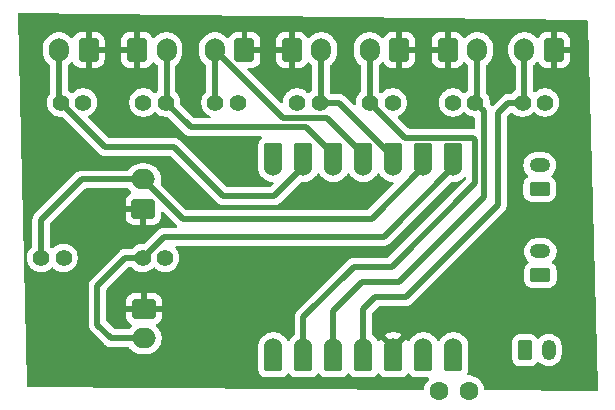
<source format=gbr>
%TF.GenerationSoftware,KiCad,Pcbnew,9.0.2*%
%TF.CreationDate,2025-08-29T09:25:12+10:00*%
%TF.ProjectId,fsr_right,6673725f-7269-4676-9874-2e6b69636164,rev?*%
%TF.SameCoordinates,Original*%
%TF.FileFunction,Copper,L1,Top*%
%TF.FilePolarity,Positive*%
%FSLAX46Y46*%
G04 Gerber Fmt 4.6, Leading zero omitted, Abs format (unit mm)*
G04 Created by KiCad (PCBNEW 9.0.2) date 2025-08-29 09:25:12*
%MOMM*%
%LPD*%
G01*
G04 APERTURE LIST*
G04 Aperture macros list*
%AMRoundRect*
0 Rectangle with rounded corners*
0 $1 Rounding radius*
0 $2 $3 $4 $5 $6 $7 $8 $9 X,Y pos of 4 corners*
0 Add a 4 corners polygon primitive as box body*
4,1,4,$2,$3,$4,$5,$6,$7,$8,$9,$2,$3,0*
0 Add four circle primitives for the rounded corners*
1,1,$1+$1,$2,$3*
1,1,$1+$1,$4,$5*
1,1,$1+$1,$6,$7*
1,1,$1+$1,$8,$9*
0 Add four rect primitives between the rounded corners*
20,1,$1+$1,$2,$3,$4,$5,0*
20,1,$1+$1,$4,$5,$6,$7,0*
20,1,$1+$1,$6,$7,$8,$9,0*
20,1,$1+$1,$8,$9,$2,$3,0*%
G04 Aperture macros list end*
%TA.AperFunction,ComponentPad*%
%ADD10RoundRect,0.250000X0.600000X0.750000X-0.600000X0.750000X-0.600000X-0.750000X0.600000X-0.750000X0*%
%TD*%
%TA.AperFunction,ComponentPad*%
%ADD11O,1.700000X2.000000*%
%TD*%
%TA.AperFunction,ComponentPad*%
%ADD12C,1.400000*%
%TD*%
%TA.AperFunction,SMDPad,CuDef*%
%ADD13RoundRect,0.152400X0.609600X-1.063600X0.609600X1.063600X-0.609600X1.063600X-0.609600X-1.063600X0*%
%TD*%
%TA.AperFunction,ComponentPad*%
%ADD14C,1.524000*%
%TD*%
%TA.AperFunction,SMDPad,CuDef*%
%ADD15RoundRect,0.152400X-0.609600X1.063600X-0.609600X-1.063600X0.609600X-1.063600X0.609600X1.063600X0*%
%TD*%
%TA.AperFunction,ComponentPad*%
%ADD16RoundRect,0.250000X0.625000X-0.350000X0.625000X0.350000X-0.625000X0.350000X-0.625000X-0.350000X0*%
%TD*%
%TA.AperFunction,ComponentPad*%
%ADD17O,1.750000X1.200000*%
%TD*%
%TA.AperFunction,ComponentPad*%
%ADD18RoundRect,0.250000X-0.350000X-0.625000X0.350000X-0.625000X0.350000X0.625000X-0.350000X0.625000X0*%
%TD*%
%TA.AperFunction,ComponentPad*%
%ADD19O,1.200000X1.750000*%
%TD*%
%TA.AperFunction,ComponentPad*%
%ADD20RoundRect,0.250000X-0.750000X0.600000X-0.750000X-0.600000X0.750000X-0.600000X0.750000X0.600000X0*%
%TD*%
%TA.AperFunction,ComponentPad*%
%ADD21O,2.000000X1.700000*%
%TD*%
%TA.AperFunction,ComponentPad*%
%ADD22C,1.600000*%
%TD*%
%TA.AperFunction,ComponentPad*%
%ADD23RoundRect,0.250000X-0.600000X-0.750000X0.600000X-0.750000X0.600000X0.750000X-0.600000X0.750000X0*%
%TD*%
%TA.AperFunction,ComponentPad*%
%ADD24RoundRect,0.250000X0.750000X-0.600000X0.750000X0.600000X-0.750000X0.600000X-0.750000X-0.600000X0*%
%TD*%
%TA.AperFunction,Conductor*%
%ADD25C,0.500000*%
%TD*%
G04 APERTURE END LIST*
D10*
%TO.P,JMid1,1,Pin_1*%
%TO.N,+3.3V*%
X157850000Y-73145000D03*
D11*
%TO.P,JMid1,2,Pin_2*%
%TO.N,/Mid1*%
X155350000Y-73145000D03*
%TD*%
D10*
%TO.P,JRin1,1,Pin_1*%
%TO.N,+3.3V*%
X170950000Y-73145000D03*
D11*
%TO.P,JRin1,2,Pin_2*%
%TO.N,/Rin1*%
X168450000Y-73145000D03*
%TD*%
D12*
%TO.P,RMid2,1*%
%TO.N,/Mid2*%
X164205000Y-77600000D03*
%TO.P,RMid2,2*%
%TO.N,GND*%
X162305000Y-77600000D03*
%TD*%
D13*
%TO.P,U1,1,PA02_A0_D0*%
%TO.N,/Th1*%
X175540000Y-82225000D03*
D14*
X175540000Y-83060000D03*
D13*
%TO.P,U1,2,PA4_A1_D1*%
%TO.N,/Th2*%
X173000000Y-82225000D03*
D14*
X173000000Y-83060000D03*
D13*
%TO.P,U1,3,PA10_A2_D2*%
%TO.N,/Mid2*%
X170460000Y-82225000D03*
D14*
X170460000Y-83060000D03*
D13*
%TO.P,U1,4,PA11_A3_D3*%
%TO.N,/Mid1*%
X167920000Y-82225000D03*
D14*
X167920000Y-83060000D03*
D13*
%TO.P,U1,5,PA8_A4_D4_SDA*%
%TO.N,/In2*%
X165380000Y-82225000D03*
D14*
X165380000Y-83060000D03*
D13*
%TO.P,U1,6,PA9_A5_D5_SCL*%
%TO.N,/In1*%
X162840000Y-82225000D03*
D14*
X162840000Y-83060000D03*
D13*
%TO.P,U1,7,PB08_A6_TX*%
%TO.N,unconnected-(U1-PB08_A6_TX-Pad7)_1*%
X160300000Y-82225000D03*
D14*
%TO.N,unconnected-(U1-PB08_A6_TX-Pad7)*%
X160300000Y-83060000D03*
%TO.P,U1,8,PB09_D7_RX*%
%TO.N,unconnected-(U1-PB09_D7_RX-Pad8)_1*%
X160300000Y-98300000D03*
D15*
%TO.N,unconnected-(U1-PB09_D7_RX-Pad8)*%
X160300000Y-99135000D03*
D14*
%TO.P,U1,9,PA7_A8_D8_SCK*%
%TO.N,/Rin1*%
X162840000Y-98300000D03*
D15*
X162840000Y-99135000D03*
D14*
%TO.P,U1,10,PA5_A9_D9_MISO*%
%TO.N,/Rin2*%
X165380000Y-98300000D03*
D15*
X165380000Y-99135000D03*
D14*
%TO.P,U1,11,PA6_A10_D10_MOSI*%
%TO.N,/Pin*%
X167920000Y-98300000D03*
D15*
X167920000Y-99135000D03*
D14*
%TO.P,U1,12,3V3*%
%TO.N,+3.3V*%
X170460000Y-98300000D03*
D15*
X170460000Y-99135000D03*
D14*
%TO.P,U1,13,GND*%
%TO.N,GND*%
X173000000Y-98300000D03*
D15*
X173000000Y-99135000D03*
D14*
%TO.P,U1,14,5V*%
%TO.N,unconnected-(U1-5V-Pad14)_1*%
X175540000Y-98300000D03*
D15*
%TO.N,unconnected-(U1-5V-Pad14)*%
X175540000Y-99135000D03*
%TD*%
D12*
%TO.P,RRin2,1*%
%TO.N,/Rin2*%
X177405000Y-77600000D03*
%TO.P,RRin2,2*%
%TO.N,GND*%
X175505000Y-77600000D03*
%TD*%
D16*
%TO.P,SW2,1,A*%
%TO.N,Net-(SW2A-A)*%
X182900000Y-92200000D03*
D17*
%TO.P,SW2,2,B*%
%TO.N,Net-(SW2A-B)*%
X182900000Y-90200000D03*
%TD*%
D12*
%TO.P,RMid1,1*%
%TO.N,/Mid1*%
X155395000Y-77600000D03*
%TO.P,RMid1,2*%
%TO.N,GND*%
X157295000Y-77600000D03*
%TD*%
D18*
%TO.P,bat2,1,3.7V*%
%TO.N,Net-(SW2A-A)*%
X181600000Y-98550000D03*
D19*
%TO.P,bat2,2,G*%
%TO.N,GND*%
X183600000Y-98550000D03*
%TD*%
D20*
%TO.P,JTh1,1,Pin_1*%
%TO.N,+3.3V*%
X149345000Y-95050000D03*
D21*
%TO.P,JTh1,2,Pin_2*%
%TO.N,/Th1*%
X149345000Y-97550000D03*
%TD*%
D22*
%TO.P,C2,1*%
%TO.N,Net-(SW2A-A)*%
X176850000Y-102000000D03*
%TO.P,C2,2*%
%TO.N,GND*%
X174350000Y-102000000D03*
%TD*%
D16*
%TO.P,bat4,1,3.7V*%
%TO.N,Net-(SW2A-B)*%
X182850000Y-84900000D03*
D17*
%TO.P,bat4,2,G*%
%TO.N,GND*%
X182850000Y-82900000D03*
%TD*%
D12*
%TO.P,RRin1,1*%
%TO.N,/Rin1*%
X168495000Y-77600000D03*
%TO.P,RRin1,2*%
%TO.N,GND*%
X170395000Y-77600000D03*
%TD*%
%TO.P,RPin1,1*%
%TO.N,/Pin*%
X181395000Y-77600000D03*
%TO.P,RPin1,2*%
%TO.N,GND*%
X183295000Y-77600000D03*
%TD*%
D10*
%TO.P,JIn1,1,Pin_1*%
%TO.N,+3.3V*%
X144650000Y-73145000D03*
D11*
%TO.P,JIn1,2,Pin_2*%
%TO.N,/In1*%
X142150000Y-73145000D03*
%TD*%
D12*
%TO.P,RTh1,1*%
%TO.N,/Th1*%
X149240000Y-90750000D03*
%TO.P,RTh1,2*%
%TO.N,GND*%
X151140000Y-90750000D03*
%TD*%
%TO.P,RTh2,1*%
%TO.N,/Th2*%
X140640000Y-90750000D03*
%TO.P,RTh2,2*%
%TO.N,GND*%
X142540000Y-90750000D03*
%TD*%
%TO.P,RIn2,1*%
%TO.N,/In2*%
X151200000Y-77600000D03*
%TO.P,RIn2,2*%
%TO.N,GND*%
X149300000Y-77600000D03*
%TD*%
%TO.P,RIn1,1*%
%TO.N,/In1*%
X142295000Y-77600000D03*
%TO.P,RIn1,2*%
%TO.N,GND*%
X144195000Y-77600000D03*
%TD*%
D10*
%TO.P,JPin1,1,Pin_1*%
%TO.N,+3.3V*%
X184050000Y-73145000D03*
D11*
%TO.P,JPin1,2,Pin_2*%
%TO.N,/Pin*%
X181550000Y-73145000D03*
%TD*%
D23*
%TO.P,JIn2,1,Pin_1*%
%TO.N,+3.3V*%
X148750000Y-73145000D03*
D11*
%TO.P,JIn2,2,Pin_2*%
%TO.N,/In2*%
X151250000Y-73145000D03*
%TD*%
D23*
%TO.P,JMid2,1,Pin_1*%
%TO.N,+3.3V*%
X161850000Y-73145000D03*
D11*
%TO.P,JMid2,2,Pin_2*%
%TO.N,/Mid2*%
X164350000Y-73145000D03*
%TD*%
D23*
%TO.P,JRin2,1,Pin_1*%
%TO.N,+3.3V*%
X175050000Y-73145000D03*
D11*
%TO.P,JRin2,2,Pin_2*%
%TO.N,/Rin2*%
X177550000Y-73145000D03*
%TD*%
D24*
%TO.P,JTh2,1,Pin_1*%
%TO.N,+3.3V*%
X149290000Y-86600000D03*
D21*
%TO.P,JTh2,2,Pin_2*%
%TO.N,/Th2*%
X149290000Y-84100000D03*
%TD*%
D25*
%TO.N,/In1*%
X151900000Y-81360000D02*
X146055000Y-81360000D01*
X142150000Y-73145000D02*
X142150000Y-77455000D01*
X156050000Y-85510000D02*
X151900000Y-81360000D01*
X162840000Y-83060000D02*
X160390000Y-85510000D01*
X160390000Y-85510000D02*
X156050000Y-85510000D01*
X146055000Y-81360000D02*
X142295000Y-77600000D01*
X142150000Y-77455000D02*
X142295000Y-77600000D01*
%TO.N,/In2*%
X151250000Y-77550000D02*
X151200000Y-77600000D01*
X163087630Y-79690000D02*
X165380000Y-81982370D01*
X151200000Y-77600000D02*
X153290000Y-79690000D01*
X165380000Y-81982370D02*
X165380000Y-83060000D01*
X151250000Y-73145000D02*
X151250000Y-77550000D01*
X153290000Y-79690000D02*
X163087630Y-79690000D01*
%TO.N,/Mid1*%
X155350000Y-73145000D02*
X155350000Y-77555000D01*
X155350000Y-73145000D02*
X161103000Y-78898000D01*
X161103000Y-78898000D02*
X164835630Y-78898000D01*
X167920000Y-81982370D02*
X167920000Y-83060000D01*
X155350000Y-77555000D02*
X155395000Y-77600000D01*
X164835630Y-78898000D02*
X167920000Y-81982370D01*
%TO.N,/Mid2*%
X164205000Y-77600000D02*
X165825758Y-77600000D01*
X165825758Y-77600000D02*
X170460000Y-82234242D01*
X170460000Y-82234242D02*
X170460000Y-83060000D01*
X164350000Y-77455000D02*
X164205000Y-77600000D01*
X164350000Y-73145000D02*
X164350000Y-77455000D01*
%TO.N,/Pin*%
X167920000Y-95080000D02*
X168900000Y-94100000D01*
X180200000Y-77600000D02*
X181395000Y-77600000D01*
X171500000Y-94100000D02*
X179300000Y-86300000D01*
X179300000Y-86300000D02*
X179300000Y-78500000D01*
X167920000Y-98300000D02*
X167920000Y-95080000D01*
X181550000Y-77445000D02*
X181395000Y-77600000D01*
X179300000Y-78500000D02*
X180200000Y-77600000D01*
X181550000Y-73145000D02*
X181550000Y-77445000D01*
X168900000Y-94100000D02*
X171500000Y-94100000D01*
%TO.N,/Rin1*%
X177400000Y-80800000D02*
X177400000Y-84400000D01*
X168450000Y-77555000D02*
X168495000Y-77600000D01*
X162840000Y-95760000D02*
X162840000Y-98300000D01*
X171453000Y-80558000D02*
X177158000Y-80558000D01*
X177158000Y-80558000D02*
X177400000Y-80800000D01*
X167100000Y-91500000D02*
X162840000Y-95760000D01*
X168450000Y-73145000D02*
X168450000Y-77555000D01*
X170300000Y-91500000D02*
X167100000Y-91500000D01*
X168495000Y-77600000D02*
X171453000Y-80558000D01*
X177400000Y-84400000D02*
X170300000Y-91500000D01*
%TO.N,/Rin2*%
X165380000Y-95220000D02*
X167800000Y-92800000D01*
X177550000Y-77455000D02*
X177405000Y-77600000D01*
X165380000Y-98300000D02*
X165380000Y-95220000D01*
X170900000Y-92800000D02*
X178105000Y-85595000D01*
X167800000Y-92800000D02*
X170900000Y-92800000D01*
X178105000Y-85595000D02*
X178105000Y-78300000D01*
X178105000Y-78300000D02*
X177405000Y-77600000D01*
X177550000Y-73145000D02*
X177550000Y-77455000D01*
%TO.N,/Th1*%
X151020000Y-88970000D02*
X169630000Y-88970000D01*
X169630000Y-88970000D02*
X175540000Y-83060000D01*
X145400000Y-96400000D02*
X146550000Y-97550000D01*
X145400000Y-93100000D02*
X145400000Y-96400000D01*
X149240000Y-90750000D02*
X151020000Y-88970000D01*
X147750000Y-90750000D02*
X145400000Y-93100000D01*
X146550000Y-97550000D02*
X149345000Y-97550000D01*
X149240000Y-90750000D02*
X147750000Y-90750000D01*
%TO.N,/Th2*%
X144100000Y-84100000D02*
X149290000Y-84100000D01*
X168620000Y-87440000D02*
X173000000Y-83060000D01*
X149290000Y-84100000D02*
X152630000Y-87440000D01*
X152630000Y-87440000D02*
X168620000Y-87440000D01*
X140640000Y-87560000D02*
X144100000Y-84100000D01*
X140640000Y-90750000D02*
X140640000Y-87560000D01*
%TD*%
%TA.AperFunction,Conductor*%
%TO.N,+3.3V*%
G36*
X186810887Y-70638446D02*
G01*
X186877661Y-70659002D01*
X186922723Y-70712398D01*
X186933221Y-70759081D01*
X187774820Y-101867087D01*
X187756955Y-101934634D01*
X187705408Y-101981800D01*
X187650121Y-101994438D01*
X178262073Y-101938129D01*
X178195153Y-101918042D01*
X178149716Y-101864965D01*
X178140344Y-101833529D01*
X178118477Y-101695466D01*
X178055220Y-101500781D01*
X178055218Y-101500778D01*
X178055218Y-101500776D01*
X178012470Y-101416880D01*
X177962287Y-101318390D01*
X177900690Y-101233608D01*
X177841971Y-101152786D01*
X177697213Y-101008028D01*
X177531613Y-100887715D01*
X177531612Y-100887714D01*
X177531610Y-100887713D01*
X177459553Y-100850998D01*
X177349223Y-100794781D01*
X177154534Y-100731522D01*
X176979995Y-100703878D01*
X176952352Y-100699500D01*
X176829295Y-100699500D01*
X176762256Y-100679815D01*
X176716501Y-100627011D01*
X176706557Y-100557853D01*
X176722563Y-100512379D01*
X176731758Y-100496830D01*
X176753564Y-100459959D01*
X176799587Y-100301548D01*
X176802500Y-100264534D01*
X176802500Y-98005466D01*
X176799587Y-97968452D01*
X176793194Y-97946446D01*
X176781568Y-97906429D01*
X176772432Y-97874983D01*
X180499500Y-97874983D01*
X180499500Y-99225001D01*
X180499501Y-99225018D01*
X180510000Y-99327796D01*
X180510001Y-99327799D01*
X180565185Y-99494331D01*
X180565187Y-99494336D01*
X180588870Y-99532732D01*
X180657288Y-99643656D01*
X180781344Y-99767712D01*
X180930666Y-99859814D01*
X181097203Y-99914999D01*
X181199991Y-99925500D01*
X182000008Y-99925499D01*
X182000016Y-99925498D01*
X182000019Y-99925498D01*
X182056302Y-99919748D01*
X182102797Y-99914999D01*
X182269334Y-99859814D01*
X182418656Y-99767712D01*
X182542712Y-99643656D01*
X182582310Y-99579456D01*
X182634258Y-99532732D01*
X182703220Y-99521509D01*
X182767303Y-99549352D01*
X182775530Y-99556872D01*
X182883072Y-99664414D01*
X183023212Y-99766232D01*
X183177555Y-99844873D01*
X183342299Y-99898402D01*
X183513389Y-99925500D01*
X183513390Y-99925500D01*
X183686610Y-99925500D01*
X183686611Y-99925500D01*
X183857701Y-99898402D01*
X184022445Y-99844873D01*
X184176788Y-99766232D01*
X184316928Y-99664414D01*
X184439414Y-99541928D01*
X184541232Y-99401788D01*
X184619873Y-99247445D01*
X184673402Y-99082701D01*
X184700500Y-98911611D01*
X184700500Y-98188389D01*
X184673402Y-98017299D01*
X184619873Y-97852555D01*
X184541232Y-97698212D01*
X184439414Y-97558072D01*
X184316928Y-97435586D01*
X184176788Y-97333768D01*
X184080553Y-97284734D01*
X184022447Y-97255128D01*
X184022446Y-97255127D01*
X184022445Y-97255127D01*
X183857701Y-97201598D01*
X183857699Y-97201597D01*
X183857698Y-97201597D01*
X183726271Y-97180781D01*
X183686611Y-97174500D01*
X183513389Y-97174500D01*
X183473728Y-97180781D01*
X183342302Y-97201597D01*
X183177552Y-97255128D01*
X183023211Y-97333768D01*
X182883073Y-97435585D01*
X182775530Y-97543128D01*
X182714207Y-97576612D01*
X182644515Y-97571628D01*
X182588582Y-97529756D01*
X182582310Y-97520543D01*
X182555783Y-97477536D01*
X182542712Y-97456344D01*
X182418656Y-97332288D01*
X182293559Y-97255128D01*
X182269336Y-97240187D01*
X182269331Y-97240185D01*
X182267862Y-97239698D01*
X182102797Y-97185001D01*
X182102795Y-97185000D01*
X182000010Y-97174500D01*
X181199998Y-97174500D01*
X181199980Y-97174501D01*
X181097203Y-97185000D01*
X181097200Y-97185001D01*
X180930668Y-97240185D01*
X180930663Y-97240187D01*
X180781342Y-97332289D01*
X180657289Y-97456342D01*
X180565187Y-97605663D01*
X180565186Y-97605666D01*
X180510001Y-97772203D01*
X180510001Y-97772204D01*
X180510000Y-97772204D01*
X180499500Y-97874983D01*
X176772432Y-97874983D01*
X176753565Y-97810045D01*
X176753564Y-97810042D01*
X176753564Y-97810041D01*
X176683675Y-97691866D01*
X176669594Y-97668056D01*
X176669590Y-97668051D01*
X176657825Y-97656286D01*
X176573390Y-97571851D01*
X176560758Y-97557060D01*
X176502984Y-97477539D01*
X176362466Y-97337021D01*
X176362465Y-97337020D01*
X176362464Y-97337019D01*
X176201694Y-97220213D01*
X176024632Y-97129994D01*
X176024629Y-97129993D01*
X175835637Y-97068587D01*
X175737498Y-97053043D01*
X175639361Y-97037500D01*
X175440639Y-97037500D01*
X175375214Y-97047862D01*
X175244362Y-97068587D01*
X175055370Y-97129993D01*
X175055367Y-97129994D01*
X174878305Y-97220213D01*
X174717533Y-97337021D01*
X174577018Y-97477536D01*
X174519239Y-97557061D01*
X174513960Y-97563821D01*
X174510446Y-97568013D01*
X174410408Y-97668053D01*
X174371564Y-97733733D01*
X174365038Y-97741521D01*
X174344076Y-97755485D01*
X174325662Y-97772679D01*
X174315492Y-97774528D01*
X174306891Y-97780259D01*
X174281703Y-97780674D01*
X174256921Y-97785182D01*
X174247366Y-97781240D01*
X174237031Y-97781411D01*
X174215616Y-97768142D01*
X174192331Y-97758536D01*
X174183308Y-97748123D01*
X174177638Y-97744610D01*
X174174426Y-97737873D01*
X174163268Y-97724996D01*
X174147428Y-97698212D01*
X174129592Y-97668053D01*
X174033390Y-97571851D01*
X174020758Y-97557060D01*
X173962984Y-97477539D01*
X173822466Y-97337021D01*
X173822465Y-97337020D01*
X173822464Y-97337019D01*
X173661694Y-97220213D01*
X173484632Y-97129994D01*
X173484629Y-97129993D01*
X173295637Y-97068587D01*
X173197498Y-97053043D01*
X173099361Y-97037500D01*
X172900639Y-97037500D01*
X172835214Y-97047862D01*
X172704362Y-97068587D01*
X172515370Y-97129993D01*
X172515367Y-97129994D01*
X172338305Y-97220213D01*
X172177533Y-97337021D01*
X172037018Y-97477536D01*
X171979239Y-97557061D01*
X171973992Y-97563784D01*
X171970469Y-97567990D01*
X171870408Y-97668053D01*
X171831285Y-97734204D01*
X171824779Y-97741975D01*
X171803798Y-97755964D01*
X171785371Y-97773170D01*
X171775227Y-97775015D01*
X171766647Y-97780736D01*
X171741433Y-97781161D01*
X171716629Y-97785673D01*
X171707097Y-97781740D01*
X171696787Y-97781915D01*
X171675347Y-97768642D01*
X171652040Y-97759027D01*
X171643043Y-97748643D01*
X171637380Y-97745138D01*
X171634161Y-97738393D01*
X171622977Y-97725486D01*
X171589195Y-97668364D01*
X171589192Y-97668360D01*
X171517191Y-97596360D01*
X170897647Y-98215904D01*
X170874208Y-98128429D01*
X170815689Y-98027070D01*
X170732930Y-97944311D01*
X170631571Y-97885792D01*
X170544094Y-97862352D01*
X171158716Y-97247731D01*
X171158715Y-97247730D01*
X171121432Y-97220641D01*
X170944437Y-97130457D01*
X170755522Y-97069075D01*
X170559321Y-97038000D01*
X170360679Y-97038000D01*
X170164479Y-97069075D01*
X170164476Y-97069075D01*
X169975562Y-97130457D01*
X169798564Y-97220643D01*
X169761283Y-97247729D01*
X169761282Y-97247730D01*
X170375906Y-97862352D01*
X170288429Y-97885792D01*
X170187070Y-97944311D01*
X170104311Y-98027070D01*
X170045792Y-98128429D01*
X170022352Y-98215905D01*
X169402807Y-97596360D01*
X169330810Y-97668357D01*
X169330800Y-97668370D01*
X169297021Y-97725487D01*
X169245952Y-97773170D01*
X169177210Y-97785673D01*
X169112621Y-97759027D01*
X169095220Y-97741975D01*
X169088716Y-97734208D01*
X169049592Y-97668053D01*
X168949518Y-97567979D01*
X168946007Y-97563786D01*
X168945489Y-97562600D01*
X168940758Y-97557060D01*
X168882984Y-97477539D01*
X168790349Y-97384904D01*
X168742464Y-97337019D01*
X168716273Y-97317990D01*
X168711380Y-97313570D01*
X168696413Y-97289189D01*
X168678949Y-97266540D01*
X168677379Y-97258181D01*
X168674827Y-97254024D01*
X168675002Y-97245526D01*
X168670500Y-97221553D01*
X168670500Y-95442229D01*
X168690185Y-95375190D01*
X168706819Y-95354548D01*
X169174548Y-94886819D01*
X169235871Y-94853334D01*
X169262229Y-94850500D01*
X171573920Y-94850500D01*
X171671462Y-94831096D01*
X171718913Y-94821658D01*
X171855495Y-94765084D01*
X171904729Y-94732186D01*
X171918041Y-94723292D01*
X171931970Y-94713985D01*
X171978416Y-94682952D01*
X176547980Y-90113388D01*
X181524500Y-90113388D01*
X181524500Y-90113389D01*
X181524500Y-90286611D01*
X181551598Y-90457701D01*
X181605127Y-90622445D01*
X181683768Y-90776788D01*
X181785586Y-90916928D01*
X181785588Y-90916930D01*
X181893127Y-91024469D01*
X181926612Y-91085792D01*
X181921628Y-91155484D01*
X181879756Y-91211417D01*
X181870544Y-91217688D01*
X181806344Y-91257287D01*
X181682289Y-91381342D01*
X181590187Y-91530663D01*
X181590185Y-91530668D01*
X181572034Y-91585444D01*
X181535001Y-91697203D01*
X181535001Y-91697204D01*
X181535000Y-91697204D01*
X181524500Y-91799983D01*
X181524500Y-92600001D01*
X181524501Y-92600019D01*
X181535000Y-92702796D01*
X181535001Y-92702799D01*
X181590185Y-92869331D01*
X181590187Y-92869336D01*
X181597435Y-92881087D01*
X181682288Y-93018656D01*
X181806344Y-93142712D01*
X181955666Y-93234814D01*
X182122203Y-93289999D01*
X182224991Y-93300500D01*
X183575008Y-93300499D01*
X183677797Y-93289999D01*
X183844334Y-93234814D01*
X183993656Y-93142712D01*
X184117712Y-93018656D01*
X184209814Y-92869334D01*
X184264999Y-92702797D01*
X184275500Y-92600009D01*
X184275499Y-91799992D01*
X184264999Y-91697203D01*
X184209814Y-91530666D01*
X184117712Y-91381344D01*
X183993656Y-91257288D01*
X183993652Y-91257285D01*
X183929456Y-91217688D01*
X183882731Y-91165740D01*
X183871510Y-91096777D01*
X183899353Y-91032695D01*
X183906850Y-91024491D01*
X184014414Y-90916928D01*
X184116232Y-90776788D01*
X184194873Y-90622445D01*
X184248402Y-90457701D01*
X184275500Y-90286611D01*
X184275500Y-90113389D01*
X184248402Y-89942299D01*
X184194873Y-89777555D01*
X184116232Y-89623212D01*
X184014414Y-89483072D01*
X183891928Y-89360586D01*
X183751788Y-89258768D01*
X183597445Y-89180127D01*
X183432701Y-89126598D01*
X183432699Y-89126597D01*
X183432698Y-89126597D01*
X183301271Y-89105781D01*
X183261611Y-89099500D01*
X182538389Y-89099500D01*
X182498728Y-89105781D01*
X182367302Y-89126597D01*
X182202552Y-89180128D01*
X182048211Y-89258768D01*
X181968256Y-89316859D01*
X181908072Y-89360586D01*
X181908070Y-89360588D01*
X181908069Y-89360588D01*
X181785588Y-89483069D01*
X181785588Y-89483070D01*
X181785586Y-89483072D01*
X181741859Y-89543256D01*
X181683768Y-89623211D01*
X181605128Y-89777552D01*
X181605127Y-89777554D01*
X181605127Y-89777555D01*
X181597455Y-89801166D01*
X181551597Y-89942302D01*
X181524500Y-90113388D01*
X176547980Y-90113388D01*
X179882952Y-86778416D01*
X179932186Y-86704729D01*
X179965084Y-86655495D01*
X180021658Y-86518913D01*
X180031096Y-86471462D01*
X180050500Y-86373920D01*
X180050500Y-82813389D01*
X181474500Y-82813389D01*
X181474500Y-82986611D01*
X181501598Y-83157701D01*
X181555127Y-83322445D01*
X181633768Y-83476788D01*
X181735586Y-83616928D01*
X181735588Y-83616930D01*
X181843127Y-83724469D01*
X181876612Y-83785792D01*
X181871628Y-83855484D01*
X181829756Y-83911417D01*
X181820544Y-83917688D01*
X181756344Y-83957287D01*
X181632289Y-84081342D01*
X181540187Y-84230663D01*
X181540186Y-84230666D01*
X181485001Y-84397203D01*
X181485001Y-84397204D01*
X181485000Y-84397204D01*
X181474500Y-84499983D01*
X181474500Y-85300001D01*
X181474501Y-85300019D01*
X181485000Y-85402796D01*
X181485001Y-85402799D01*
X181499320Y-85446009D01*
X181540186Y-85569334D01*
X181632288Y-85718656D01*
X181756344Y-85842712D01*
X181905666Y-85934814D01*
X182072203Y-85989999D01*
X182174991Y-86000500D01*
X183525008Y-86000499D01*
X183627797Y-85989999D01*
X183794334Y-85934814D01*
X183943656Y-85842712D01*
X184067712Y-85718656D01*
X184159814Y-85569334D01*
X184214999Y-85402797D01*
X184225500Y-85300009D01*
X184225499Y-84499992D01*
X184222376Y-84469423D01*
X184214999Y-84397203D01*
X184214998Y-84397200D01*
X184189179Y-84319284D01*
X184159814Y-84230666D01*
X184067712Y-84081344D01*
X183943656Y-83957288D01*
X183943652Y-83957285D01*
X183879456Y-83917688D01*
X183832731Y-83865740D01*
X183821510Y-83796777D01*
X183849353Y-83732695D01*
X183856850Y-83724491D01*
X183964414Y-83616928D01*
X184066232Y-83476788D01*
X184144873Y-83322445D01*
X184198402Y-83157701D01*
X184225500Y-82986611D01*
X184225500Y-82813389D01*
X184198402Y-82642299D01*
X184144873Y-82477555D01*
X184066232Y-82323212D01*
X183964414Y-82183072D01*
X183841928Y-82060586D01*
X183701788Y-81958768D01*
X183547445Y-81880127D01*
X183382701Y-81826598D01*
X183382699Y-81826597D01*
X183382698Y-81826597D01*
X183251271Y-81805781D01*
X183211611Y-81799500D01*
X182488389Y-81799500D01*
X182448728Y-81805781D01*
X182317302Y-81826597D01*
X182152552Y-81880128D01*
X181998211Y-81958768D01*
X181952220Y-81992183D01*
X181858072Y-82060586D01*
X181858070Y-82060588D01*
X181858069Y-82060588D01*
X181735588Y-82183069D01*
X181735588Y-82183070D01*
X181735586Y-82183072D01*
X181691859Y-82243256D01*
X181633768Y-82323211D01*
X181555128Y-82477552D01*
X181501597Y-82642302D01*
X181484619Y-82749500D01*
X181474500Y-82813389D01*
X180050500Y-82813389D01*
X180050500Y-78862228D01*
X180070185Y-78795189D01*
X180086815Y-78774551D01*
X180391622Y-78469743D01*
X180452943Y-78436260D01*
X180522634Y-78441244D01*
X180566982Y-78469745D01*
X180612927Y-78515690D01*
X180765801Y-78626760D01*
X180845347Y-78667290D01*
X180934163Y-78712545D01*
X180934165Y-78712545D01*
X180934168Y-78712547D01*
X181030497Y-78743846D01*
X181113881Y-78770940D01*
X181300514Y-78800500D01*
X181300519Y-78800500D01*
X181489486Y-78800500D01*
X181676118Y-78770940D01*
X181714755Y-78758386D01*
X181855832Y-78712547D01*
X182024199Y-78626760D01*
X182177073Y-78515690D01*
X182257319Y-78435444D01*
X182318642Y-78401959D01*
X182388334Y-78406943D01*
X182432681Y-78435444D01*
X182512927Y-78515690D01*
X182665801Y-78626760D01*
X182745347Y-78667290D01*
X182834163Y-78712545D01*
X182834165Y-78712545D01*
X182834168Y-78712547D01*
X182930497Y-78743846D01*
X183013881Y-78770940D01*
X183200514Y-78800500D01*
X183200519Y-78800500D01*
X183389486Y-78800500D01*
X183576118Y-78770940D01*
X183614755Y-78758386D01*
X183755832Y-78712547D01*
X183924199Y-78626760D01*
X184077073Y-78515690D01*
X184210690Y-78382073D01*
X184321760Y-78229199D01*
X184407547Y-78060832D01*
X184465940Y-77881118D01*
X184483382Y-77770993D01*
X184495500Y-77694486D01*
X184495500Y-77505513D01*
X184465940Y-77318881D01*
X184407545Y-77139163D01*
X184321759Y-76970800D01*
X184295690Y-76934919D01*
X184210690Y-76817927D01*
X184077073Y-76684310D01*
X183924199Y-76573240D01*
X183908999Y-76565495D01*
X183755836Y-76487454D01*
X183576118Y-76429059D01*
X183389486Y-76399500D01*
X183389481Y-76399500D01*
X183200519Y-76399500D01*
X183200514Y-76399500D01*
X183013881Y-76429059D01*
X182834163Y-76487454D01*
X182665800Y-76573240D01*
X182584113Y-76632590D01*
X182512927Y-76684310D01*
X182512925Y-76684312D01*
X182512924Y-76684312D01*
X182512181Y-76685056D01*
X182511829Y-76685248D01*
X182509223Y-76687474D01*
X182508755Y-76686926D01*
X182450858Y-76718541D01*
X182381166Y-76713557D01*
X182325233Y-76671685D01*
X182300816Y-76606221D01*
X182300500Y-76597375D01*
X182300500Y-74482220D01*
X182320185Y-74415181D01*
X182351614Y-74381902D01*
X182429792Y-74325104D01*
X182568967Y-74185928D01*
X182630286Y-74152446D01*
X182699978Y-74157430D01*
X182755912Y-74199301D01*
X182762184Y-74208515D01*
X182857684Y-74363345D01*
X182981654Y-74487315D01*
X183130875Y-74579356D01*
X183130880Y-74579358D01*
X183297302Y-74634505D01*
X183297309Y-74634506D01*
X183400019Y-74644999D01*
X183799999Y-74644999D01*
X183800000Y-74644998D01*
X183800000Y-73578012D01*
X183857007Y-73610925D01*
X183984174Y-73645000D01*
X184115826Y-73645000D01*
X184242993Y-73610925D01*
X184300000Y-73578012D01*
X184300000Y-74644999D01*
X184699972Y-74644999D01*
X184699986Y-74644998D01*
X184802697Y-74634505D01*
X184969119Y-74579358D01*
X184969124Y-74579356D01*
X185118345Y-74487315D01*
X185242315Y-74363345D01*
X185334356Y-74214124D01*
X185334358Y-74214119D01*
X185389505Y-74047697D01*
X185389506Y-74047690D01*
X185399999Y-73944986D01*
X185400000Y-73944973D01*
X185400000Y-73395000D01*
X184483012Y-73395000D01*
X184515925Y-73337993D01*
X184550000Y-73210826D01*
X184550000Y-73079174D01*
X184515925Y-72952007D01*
X184483012Y-72895000D01*
X185399999Y-72895000D01*
X185399999Y-72345028D01*
X185399998Y-72345013D01*
X185389505Y-72242302D01*
X185334358Y-72075880D01*
X185334356Y-72075875D01*
X185242315Y-71926654D01*
X185118345Y-71802684D01*
X184969124Y-71710643D01*
X184969119Y-71710641D01*
X184802697Y-71655494D01*
X184802690Y-71655493D01*
X184699986Y-71645000D01*
X184300000Y-71645000D01*
X184300000Y-72711988D01*
X184242993Y-72679075D01*
X184115826Y-72645000D01*
X183984174Y-72645000D01*
X183857007Y-72679075D01*
X183800000Y-72711988D01*
X183800000Y-71645000D01*
X183400028Y-71645000D01*
X183400012Y-71645001D01*
X183297302Y-71655494D01*
X183130880Y-71710641D01*
X183130875Y-71710643D01*
X182981654Y-71802684D01*
X182857683Y-71926655D01*
X182857680Y-71926659D01*
X182762183Y-72081484D01*
X182710235Y-72128209D01*
X182641273Y-72139430D01*
X182577191Y-72111587D01*
X182568964Y-72104068D01*
X182429786Y-71964890D01*
X182257820Y-71839951D01*
X182068414Y-71743444D01*
X182068413Y-71743443D01*
X182068412Y-71743443D01*
X181866243Y-71677754D01*
X181866241Y-71677753D01*
X181866240Y-71677753D01*
X181704957Y-71652208D01*
X181656287Y-71644500D01*
X181443713Y-71644500D01*
X181395042Y-71652208D01*
X181233760Y-71677753D01*
X181031585Y-71743444D01*
X180842179Y-71839951D01*
X180670213Y-71964890D01*
X180519890Y-72115213D01*
X180394951Y-72287179D01*
X180298444Y-72476585D01*
X180232753Y-72678760D01*
X180199500Y-72888713D01*
X180199500Y-73401286D01*
X180232703Y-73610925D01*
X180232754Y-73611243D01*
X180243722Y-73645000D01*
X180298444Y-73813414D01*
X180394951Y-74002820D01*
X180519890Y-74174786D01*
X180519896Y-74174792D01*
X180670208Y-74325104D01*
X180748384Y-74381902D01*
X180791051Y-74437231D01*
X180799500Y-74482220D01*
X180799500Y-76485575D01*
X180779815Y-76552614D01*
X180748386Y-76585892D01*
X180612927Y-76684310D01*
X180612925Y-76684312D01*
X180612924Y-76684312D01*
X180484056Y-76813181D01*
X180422733Y-76846666D01*
X180396375Y-76849500D01*
X180126080Y-76849500D01*
X179981092Y-76878340D01*
X179981082Y-76878343D01*
X179844511Y-76934912D01*
X179844498Y-76934919D01*
X179721584Y-77017048D01*
X179721580Y-77017051D01*
X178886554Y-77852077D01*
X178825231Y-77885562D01*
X178755539Y-77880578D01*
X178706949Y-77847619D01*
X178700833Y-77840864D01*
X178687951Y-77821584D01*
X178639641Y-77773274D01*
X178637576Y-77770993D01*
X178623655Y-77742186D01*
X178608334Y-77714128D01*
X178607829Y-77709439D01*
X178607175Y-77708084D01*
X178607445Y-77705862D01*
X178605500Y-77687770D01*
X178605500Y-77505513D01*
X178575940Y-77318881D01*
X178517545Y-77139163D01*
X178431759Y-76970800D01*
X178364584Y-76878342D01*
X178324181Y-76822732D01*
X178300702Y-76756928D01*
X178300500Y-76749848D01*
X178300500Y-74482220D01*
X178320185Y-74415181D01*
X178351614Y-74381902D01*
X178429792Y-74325104D01*
X178580104Y-74174792D01*
X178580106Y-74174788D01*
X178580109Y-74174786D01*
X178705048Y-74002820D01*
X178705047Y-74002820D01*
X178705051Y-74002816D01*
X178801557Y-73813412D01*
X178867246Y-73611243D01*
X178900500Y-73401287D01*
X178900500Y-72888713D01*
X178867246Y-72678757D01*
X178801557Y-72476588D01*
X178705051Y-72287184D01*
X178705049Y-72287181D01*
X178705048Y-72287179D01*
X178580109Y-72115213D01*
X178429786Y-71964890D01*
X178257820Y-71839951D01*
X178068414Y-71743444D01*
X178068413Y-71743443D01*
X178068412Y-71743443D01*
X177866243Y-71677754D01*
X177866241Y-71677753D01*
X177866240Y-71677753D01*
X177704957Y-71652208D01*
X177656287Y-71644500D01*
X177443713Y-71644500D01*
X177395042Y-71652208D01*
X177233760Y-71677753D01*
X177031585Y-71743444D01*
X176842179Y-71839951D01*
X176670215Y-71964889D01*
X176531035Y-72104069D01*
X176469712Y-72137553D01*
X176400020Y-72132569D01*
X176344087Y-72090697D01*
X176337815Y-72081484D01*
X176242315Y-71926654D01*
X176118345Y-71802684D01*
X175969124Y-71710643D01*
X175969119Y-71710641D01*
X175802697Y-71655494D01*
X175802690Y-71655493D01*
X175699986Y-71645000D01*
X175300000Y-71645000D01*
X175300000Y-72711988D01*
X175242993Y-72679075D01*
X175115826Y-72645000D01*
X174984174Y-72645000D01*
X174857007Y-72679075D01*
X174800000Y-72711988D01*
X174800000Y-71645000D01*
X174400028Y-71645000D01*
X174400012Y-71645001D01*
X174297302Y-71655494D01*
X174130880Y-71710641D01*
X174130875Y-71710643D01*
X173981654Y-71802684D01*
X173857684Y-71926654D01*
X173765643Y-72075875D01*
X173765641Y-72075880D01*
X173710494Y-72242302D01*
X173710493Y-72242309D01*
X173700000Y-72345013D01*
X173700000Y-72895000D01*
X174616988Y-72895000D01*
X174584075Y-72952007D01*
X174550000Y-73079174D01*
X174550000Y-73210826D01*
X174584075Y-73337993D01*
X174616988Y-73395000D01*
X173700001Y-73395000D01*
X173700001Y-73944986D01*
X173710494Y-74047697D01*
X173765641Y-74214119D01*
X173765643Y-74214124D01*
X173857684Y-74363345D01*
X173981654Y-74487315D01*
X174130875Y-74579356D01*
X174130880Y-74579358D01*
X174297302Y-74634505D01*
X174297309Y-74634506D01*
X174400019Y-74644999D01*
X174799999Y-74644999D01*
X174800000Y-74644998D01*
X174800000Y-73578012D01*
X174857007Y-73610925D01*
X174984174Y-73645000D01*
X175115826Y-73645000D01*
X175242993Y-73610925D01*
X175300000Y-73578012D01*
X175300000Y-74644999D01*
X175699972Y-74644999D01*
X175699986Y-74644998D01*
X175802697Y-74634505D01*
X175969119Y-74579358D01*
X175969124Y-74579356D01*
X176118345Y-74487315D01*
X176242317Y-74363343D01*
X176337815Y-74208516D01*
X176389763Y-74161791D01*
X176458725Y-74150568D01*
X176522808Y-74178412D01*
X176531035Y-74185931D01*
X176670208Y-74325104D01*
X176748384Y-74381902D01*
X176791051Y-74437231D01*
X176799500Y-74482220D01*
X176799500Y-76492840D01*
X176779815Y-76559879D01*
X176748386Y-76593158D01*
X176622925Y-76684311D01*
X176622924Y-76684312D01*
X176542681Y-76764556D01*
X176481358Y-76798041D01*
X176411666Y-76793057D01*
X176367319Y-76764556D01*
X176287075Y-76684312D01*
X176287074Y-76684311D01*
X176287073Y-76684310D01*
X176134199Y-76573240D01*
X176118999Y-76565495D01*
X175965836Y-76487454D01*
X175786118Y-76429059D01*
X175599486Y-76399500D01*
X175599481Y-76399500D01*
X175410519Y-76399500D01*
X175410514Y-76399500D01*
X175223881Y-76429059D01*
X175044163Y-76487454D01*
X174875800Y-76573240D01*
X174794113Y-76632590D01*
X174722927Y-76684310D01*
X174722925Y-76684312D01*
X174722924Y-76684312D01*
X174589312Y-76817924D01*
X174589312Y-76817925D01*
X174589310Y-76817927D01*
X174580673Y-76829815D01*
X174478240Y-76970800D01*
X174392454Y-77139163D01*
X174334059Y-77318881D01*
X174304500Y-77505513D01*
X174304500Y-77694486D01*
X174334059Y-77881118D01*
X174392454Y-78060836D01*
X174428287Y-78131161D01*
X174478240Y-78229199D01*
X174589310Y-78382073D01*
X174722927Y-78515690D01*
X174875801Y-78626760D01*
X174955347Y-78667290D01*
X175044163Y-78712545D01*
X175044165Y-78712545D01*
X175044168Y-78712547D01*
X175140497Y-78743846D01*
X175223881Y-78770940D01*
X175410514Y-78800500D01*
X175410519Y-78800500D01*
X175599486Y-78800500D01*
X175786118Y-78770940D01*
X175824755Y-78758386D01*
X175965832Y-78712547D01*
X176134199Y-78626760D01*
X176287073Y-78515690D01*
X176367319Y-78435444D01*
X176428642Y-78401959D01*
X176498334Y-78406943D01*
X176542681Y-78435444D01*
X176622927Y-78515690D01*
X176775801Y-78626760D01*
X176855347Y-78667290D01*
X176944163Y-78712545D01*
X176944165Y-78712545D01*
X176944168Y-78712547D01*
X177040497Y-78743846D01*
X177123881Y-78770940D01*
X177249898Y-78790899D01*
X177313033Y-78820828D01*
X177349964Y-78880140D01*
X177354500Y-78913372D01*
X177354500Y-79683500D01*
X177334815Y-79750539D01*
X177282011Y-79796294D01*
X177230500Y-79807500D01*
X171815230Y-79807500D01*
X171748191Y-79787815D01*
X171727549Y-79771181D01*
X170852690Y-78896322D01*
X170819205Y-78834999D01*
X170824189Y-78765307D01*
X170866061Y-78709374D01*
X170884076Y-78698156D01*
X170926162Y-78676712D01*
X171024199Y-78626760D01*
X171177073Y-78515690D01*
X171310690Y-78382073D01*
X171421760Y-78229199D01*
X171507547Y-78060832D01*
X171565940Y-77881118D01*
X171583382Y-77770993D01*
X171595500Y-77694486D01*
X171595500Y-77505513D01*
X171565940Y-77318881D01*
X171507545Y-77139163D01*
X171421759Y-76970800D01*
X171395690Y-76934919D01*
X171310690Y-76817927D01*
X171177073Y-76684310D01*
X171024199Y-76573240D01*
X171008999Y-76565495D01*
X170855836Y-76487454D01*
X170676118Y-76429059D01*
X170489486Y-76399500D01*
X170489481Y-76399500D01*
X170300519Y-76399500D01*
X170300514Y-76399500D01*
X170113881Y-76429059D01*
X169934163Y-76487454D01*
X169765800Y-76573240D01*
X169684113Y-76632590D01*
X169612927Y-76684310D01*
X169612925Y-76684312D01*
X169612924Y-76684312D01*
X169532681Y-76764556D01*
X169526894Y-76767715D01*
X169523154Y-76773145D01*
X169496609Y-76784252D01*
X169471358Y-76798041D01*
X169464782Y-76797570D01*
X169458700Y-76800116D01*
X169430364Y-76795109D01*
X169401666Y-76793057D01*
X169394783Y-76788822D01*
X169389896Y-76787959D01*
X169369114Y-76773029D01*
X169360832Y-76767934D01*
X169359048Y-76766285D01*
X169277073Y-76684310D01*
X169245701Y-76661516D01*
X169240332Y-76656554D01*
X169225996Y-76632590D01*
X169208948Y-76610481D01*
X169207199Y-76601168D01*
X169204463Y-76596595D01*
X169204737Y-76588057D01*
X169200500Y-76565495D01*
X169200500Y-74482220D01*
X169220185Y-74415181D01*
X169251614Y-74381902D01*
X169329792Y-74325104D01*
X169468967Y-74185928D01*
X169530286Y-74152446D01*
X169599978Y-74157430D01*
X169655912Y-74199301D01*
X169662184Y-74208515D01*
X169757684Y-74363345D01*
X169881654Y-74487315D01*
X170030875Y-74579356D01*
X170030880Y-74579358D01*
X170197302Y-74634505D01*
X170197309Y-74634506D01*
X170300019Y-74644999D01*
X170699999Y-74644999D01*
X170700000Y-74644998D01*
X170700000Y-73578012D01*
X170757007Y-73610925D01*
X170884174Y-73645000D01*
X171015826Y-73645000D01*
X171142993Y-73610925D01*
X171200000Y-73578012D01*
X171200000Y-74644999D01*
X171599972Y-74644999D01*
X171599986Y-74644998D01*
X171702697Y-74634505D01*
X171869119Y-74579358D01*
X171869124Y-74579356D01*
X172018345Y-74487315D01*
X172142315Y-74363345D01*
X172234356Y-74214124D01*
X172234358Y-74214119D01*
X172289505Y-74047697D01*
X172289506Y-74047690D01*
X172299999Y-73944986D01*
X172300000Y-73944973D01*
X172300000Y-73395000D01*
X171383012Y-73395000D01*
X171415925Y-73337993D01*
X171450000Y-73210826D01*
X171450000Y-73079174D01*
X171415925Y-72952007D01*
X171383012Y-72895000D01*
X172299999Y-72895000D01*
X172299999Y-72345029D01*
X172299998Y-72345012D01*
X172289505Y-72242302D01*
X172234358Y-72075880D01*
X172234356Y-72075875D01*
X172142315Y-71926654D01*
X172018345Y-71802684D01*
X171869124Y-71710643D01*
X171869119Y-71710641D01*
X171702697Y-71655494D01*
X171702690Y-71655493D01*
X171599986Y-71645000D01*
X171200000Y-71645000D01*
X171200000Y-72711988D01*
X171142993Y-72679075D01*
X171015826Y-72645000D01*
X170884174Y-72645000D01*
X170757007Y-72679075D01*
X170700000Y-72711988D01*
X170700000Y-71645000D01*
X170300028Y-71645000D01*
X170300012Y-71645001D01*
X170197302Y-71655494D01*
X170030880Y-71710641D01*
X170030875Y-71710643D01*
X169881654Y-71802684D01*
X169757683Y-71926655D01*
X169757680Y-71926659D01*
X169662183Y-72081484D01*
X169610235Y-72128209D01*
X169541273Y-72139430D01*
X169477191Y-72111587D01*
X169468964Y-72104068D01*
X169329786Y-71964890D01*
X169157820Y-71839951D01*
X168968414Y-71743444D01*
X168968413Y-71743443D01*
X168968412Y-71743443D01*
X168766243Y-71677754D01*
X168766241Y-71677753D01*
X168766240Y-71677753D01*
X168604957Y-71652208D01*
X168556287Y-71644500D01*
X168343713Y-71644500D01*
X168295042Y-71652208D01*
X168133760Y-71677753D01*
X167931585Y-71743444D01*
X167742179Y-71839951D01*
X167570213Y-71964890D01*
X167419890Y-72115213D01*
X167294951Y-72287179D01*
X167198444Y-72476585D01*
X167132753Y-72678760D01*
X167099500Y-72888713D01*
X167099500Y-73401286D01*
X167132703Y-73610925D01*
X167132754Y-73611243D01*
X167143722Y-73645000D01*
X167198444Y-73813414D01*
X167294951Y-74002820D01*
X167419890Y-74174786D01*
X167419896Y-74174792D01*
X167570208Y-74325104D01*
X167648384Y-74381902D01*
X167691051Y-74437231D01*
X167699500Y-74482220D01*
X167699500Y-76646375D01*
X167679815Y-76713414D01*
X167663181Y-76734056D01*
X167579312Y-76817924D01*
X167579312Y-76817925D01*
X167579310Y-76817927D01*
X167570673Y-76829815D01*
X167468240Y-76970800D01*
X167382454Y-77139163D01*
X167324059Y-77318881D01*
X167294500Y-77505513D01*
X167294500Y-77694488D01*
X167294857Y-77699028D01*
X167280489Y-77767405D01*
X167231435Y-77817159D01*
X167163269Y-77832494D01*
X167097633Y-77808541D01*
X167083558Y-77796431D01*
X166304176Y-77017049D01*
X166228648Y-76966584D01*
X166181253Y-76934916D01*
X166181250Y-76934914D01*
X166181249Y-76934914D01*
X166044675Y-76878343D01*
X166044665Y-76878340D01*
X165899678Y-76849500D01*
X165899676Y-76849500D01*
X165224500Y-76849500D01*
X165157461Y-76829815D01*
X165111706Y-76777011D01*
X165100500Y-76725500D01*
X165100500Y-74482220D01*
X165120185Y-74415181D01*
X165151614Y-74381902D01*
X165229792Y-74325104D01*
X165380104Y-74174792D01*
X165380106Y-74174788D01*
X165380109Y-74174786D01*
X165505048Y-74002820D01*
X165505047Y-74002820D01*
X165505051Y-74002816D01*
X165601557Y-73813412D01*
X165667246Y-73611243D01*
X165700500Y-73401287D01*
X165700500Y-72888713D01*
X165667246Y-72678757D01*
X165601557Y-72476588D01*
X165505051Y-72287184D01*
X165505049Y-72287181D01*
X165505048Y-72287179D01*
X165380109Y-72115213D01*
X165229786Y-71964890D01*
X165057820Y-71839951D01*
X164868414Y-71743444D01*
X164868413Y-71743443D01*
X164868412Y-71743443D01*
X164666243Y-71677754D01*
X164666241Y-71677753D01*
X164666240Y-71677753D01*
X164504957Y-71652208D01*
X164456287Y-71644500D01*
X164243713Y-71644500D01*
X164195042Y-71652208D01*
X164033760Y-71677753D01*
X163831585Y-71743444D01*
X163642179Y-71839951D01*
X163470215Y-71964889D01*
X163331035Y-72104069D01*
X163269712Y-72137553D01*
X163200020Y-72132569D01*
X163144087Y-72090697D01*
X163137815Y-72081484D01*
X163042315Y-71926654D01*
X162918345Y-71802684D01*
X162769124Y-71710643D01*
X162769119Y-71710641D01*
X162602697Y-71655494D01*
X162602690Y-71655493D01*
X162499986Y-71645000D01*
X162100000Y-71645000D01*
X162100000Y-72711988D01*
X162042993Y-72679075D01*
X161915826Y-72645000D01*
X161784174Y-72645000D01*
X161657007Y-72679075D01*
X161600000Y-72711988D01*
X161600000Y-71645000D01*
X161200028Y-71645000D01*
X161200012Y-71645001D01*
X161097302Y-71655494D01*
X160930880Y-71710641D01*
X160930875Y-71710643D01*
X160781654Y-71802684D01*
X160657684Y-71926654D01*
X160565643Y-72075875D01*
X160565641Y-72075880D01*
X160510494Y-72242302D01*
X160510493Y-72242309D01*
X160500000Y-72345013D01*
X160500000Y-72895000D01*
X161416988Y-72895000D01*
X161384075Y-72952007D01*
X161350000Y-73079174D01*
X161350000Y-73210826D01*
X161384075Y-73337993D01*
X161416988Y-73395000D01*
X160500001Y-73395000D01*
X160500001Y-73944986D01*
X160510494Y-74047697D01*
X160565641Y-74214119D01*
X160565643Y-74214124D01*
X160657684Y-74363345D01*
X160781654Y-74487315D01*
X160930875Y-74579356D01*
X160930880Y-74579358D01*
X161097302Y-74634505D01*
X161097309Y-74634506D01*
X161200019Y-74644999D01*
X161599999Y-74644999D01*
X161600000Y-74644998D01*
X161600000Y-73578012D01*
X161657007Y-73610925D01*
X161784174Y-73645000D01*
X161915826Y-73645000D01*
X162042993Y-73610925D01*
X162100000Y-73578012D01*
X162100000Y-74644999D01*
X162499972Y-74644999D01*
X162499986Y-74644998D01*
X162602697Y-74634505D01*
X162769119Y-74579358D01*
X162769124Y-74579356D01*
X162918345Y-74487315D01*
X163042317Y-74363343D01*
X163137815Y-74208516D01*
X163189763Y-74161791D01*
X163258725Y-74150568D01*
X163322808Y-74178412D01*
X163331035Y-74185931D01*
X163470208Y-74325104D01*
X163548384Y-74381902D01*
X163591051Y-74437231D01*
X163599500Y-74482220D01*
X163599500Y-76492840D01*
X163579815Y-76559879D01*
X163548386Y-76593158D01*
X163422925Y-76684311D01*
X163422924Y-76684312D01*
X163342681Y-76764556D01*
X163281358Y-76798041D01*
X163211666Y-76793057D01*
X163167319Y-76764556D01*
X163087075Y-76684312D01*
X163087074Y-76684311D01*
X163087073Y-76684310D01*
X162934199Y-76573240D01*
X162918999Y-76565495D01*
X162765836Y-76487454D01*
X162586118Y-76429059D01*
X162399486Y-76399500D01*
X162399481Y-76399500D01*
X162210519Y-76399500D01*
X162210514Y-76399500D01*
X162023881Y-76429059D01*
X161844163Y-76487454D01*
X161675800Y-76573240D01*
X161594113Y-76632590D01*
X161522927Y-76684310D01*
X161522925Y-76684312D01*
X161522924Y-76684312D01*
X161389312Y-76817924D01*
X161389312Y-76817925D01*
X161389310Y-76817927D01*
X161380673Y-76829815D01*
X161278240Y-76970800D01*
X161192454Y-77139163D01*
X161134059Y-77318881D01*
X161104500Y-77505513D01*
X161104500Y-77538770D01*
X161084815Y-77605809D01*
X161032011Y-77651564D01*
X160962853Y-77661508D01*
X160899297Y-77632483D01*
X160892819Y-77626451D01*
X158123048Y-74856680D01*
X158089563Y-74795357D01*
X158094547Y-74725665D01*
X158136419Y-74669732D01*
X158201883Y-74645315D01*
X158210729Y-74644999D01*
X158499972Y-74644999D01*
X158499986Y-74644998D01*
X158602697Y-74634505D01*
X158769119Y-74579358D01*
X158769124Y-74579356D01*
X158918345Y-74487315D01*
X159042315Y-74363345D01*
X159134356Y-74214124D01*
X159134358Y-74214119D01*
X159189505Y-74047697D01*
X159189506Y-74047690D01*
X159199999Y-73944986D01*
X159200000Y-73944973D01*
X159200000Y-73395000D01*
X158283012Y-73395000D01*
X158315925Y-73337993D01*
X158350000Y-73210826D01*
X158350000Y-73079174D01*
X158315925Y-72952007D01*
X158283012Y-72895000D01*
X159199999Y-72895000D01*
X159199999Y-72345029D01*
X159199998Y-72345012D01*
X159189505Y-72242302D01*
X159134358Y-72075880D01*
X159134356Y-72075875D01*
X159042315Y-71926654D01*
X158918345Y-71802684D01*
X158769124Y-71710643D01*
X158769119Y-71710641D01*
X158602697Y-71655494D01*
X158602690Y-71655493D01*
X158499986Y-71645000D01*
X158100000Y-71645000D01*
X158100000Y-72711988D01*
X158042993Y-72679075D01*
X157915826Y-72645000D01*
X157784174Y-72645000D01*
X157657007Y-72679075D01*
X157600000Y-72711988D01*
X157600000Y-71645000D01*
X157200028Y-71645000D01*
X157200012Y-71645001D01*
X157097302Y-71655494D01*
X156930880Y-71710641D01*
X156930875Y-71710643D01*
X156781654Y-71802684D01*
X156657683Y-71926655D01*
X156657680Y-71926659D01*
X156562183Y-72081484D01*
X156510235Y-72128209D01*
X156441273Y-72139430D01*
X156377191Y-72111587D01*
X156368964Y-72104068D01*
X156229786Y-71964890D01*
X156057820Y-71839951D01*
X155868414Y-71743444D01*
X155868413Y-71743443D01*
X155868412Y-71743443D01*
X155666243Y-71677754D01*
X155666241Y-71677753D01*
X155666240Y-71677753D01*
X155504957Y-71652208D01*
X155456287Y-71644500D01*
X155243713Y-71644500D01*
X155195042Y-71652208D01*
X155033760Y-71677753D01*
X154831585Y-71743444D01*
X154642179Y-71839951D01*
X154470213Y-71964890D01*
X154319890Y-72115213D01*
X154194951Y-72287179D01*
X154098444Y-72476585D01*
X154032753Y-72678760D01*
X153999500Y-72888713D01*
X153999500Y-73401286D01*
X154032703Y-73610925D01*
X154032754Y-73611243D01*
X154043722Y-73645000D01*
X154098444Y-73813414D01*
X154194951Y-74002820D01*
X154319890Y-74174786D01*
X154319896Y-74174792D01*
X154470208Y-74325104D01*
X154548384Y-74381902D01*
X154591051Y-74437231D01*
X154599500Y-74482220D01*
X154599500Y-76646375D01*
X154579815Y-76713414D01*
X154563181Y-76734056D01*
X154479312Y-76817924D01*
X154479312Y-76817925D01*
X154479310Y-76817927D01*
X154470673Y-76829815D01*
X154368240Y-76970800D01*
X154282454Y-77139163D01*
X154224059Y-77318881D01*
X154194500Y-77505513D01*
X154194500Y-77694486D01*
X154224059Y-77881118D01*
X154282454Y-78060836D01*
X154318287Y-78131161D01*
X154368240Y-78229199D01*
X154479310Y-78382073D01*
X154612927Y-78515690D01*
X154765801Y-78626760D01*
X154862207Y-78675881D01*
X154919385Y-78705015D01*
X154970181Y-78752990D01*
X154986976Y-78820811D01*
X154964439Y-78886946D01*
X154909723Y-78930397D01*
X154863090Y-78939500D01*
X153652229Y-78939500D01*
X153585190Y-78919815D01*
X153564548Y-78903181D01*
X152436819Y-77775452D01*
X152403334Y-77714129D01*
X152400500Y-77687771D01*
X152400500Y-77505513D01*
X152370940Y-77318881D01*
X152312545Y-77139163D01*
X152226759Y-76970800D01*
X152200690Y-76934919D01*
X152115690Y-76817927D01*
X152036819Y-76739056D01*
X152003334Y-76677733D01*
X152000500Y-76651375D01*
X152000500Y-74482220D01*
X152020185Y-74415181D01*
X152051614Y-74381902D01*
X152129792Y-74325104D01*
X152280104Y-74174792D01*
X152280106Y-74174788D01*
X152280109Y-74174786D01*
X152405048Y-74002820D01*
X152405047Y-74002820D01*
X152405051Y-74002816D01*
X152501557Y-73813412D01*
X152567246Y-73611243D01*
X152600500Y-73401287D01*
X152600500Y-72888713D01*
X152567246Y-72678757D01*
X152501557Y-72476588D01*
X152405051Y-72287184D01*
X152405049Y-72287181D01*
X152405048Y-72287179D01*
X152280109Y-72115213D01*
X152129786Y-71964890D01*
X151957820Y-71839951D01*
X151768414Y-71743444D01*
X151768413Y-71743443D01*
X151768412Y-71743443D01*
X151566243Y-71677754D01*
X151566241Y-71677753D01*
X151566240Y-71677753D01*
X151404957Y-71652208D01*
X151356287Y-71644500D01*
X151143713Y-71644500D01*
X151095042Y-71652208D01*
X150933760Y-71677753D01*
X150731585Y-71743444D01*
X150542179Y-71839951D01*
X150370215Y-71964889D01*
X150231035Y-72104069D01*
X150169712Y-72137553D01*
X150100020Y-72132569D01*
X150044087Y-72090697D01*
X150037815Y-72081484D01*
X149942315Y-71926654D01*
X149818345Y-71802684D01*
X149669124Y-71710643D01*
X149669119Y-71710641D01*
X149502697Y-71655494D01*
X149502690Y-71655493D01*
X149399986Y-71645000D01*
X149000000Y-71645000D01*
X149000000Y-72711988D01*
X148942993Y-72679075D01*
X148815826Y-72645000D01*
X148684174Y-72645000D01*
X148557007Y-72679075D01*
X148500000Y-72711988D01*
X148500000Y-71645000D01*
X148100028Y-71645000D01*
X148100012Y-71645001D01*
X147997302Y-71655494D01*
X147830880Y-71710641D01*
X147830875Y-71710643D01*
X147681654Y-71802684D01*
X147557684Y-71926654D01*
X147465643Y-72075875D01*
X147465641Y-72075880D01*
X147410494Y-72242302D01*
X147410493Y-72242309D01*
X147400000Y-72345013D01*
X147400000Y-72895000D01*
X148316988Y-72895000D01*
X148284075Y-72952007D01*
X148250000Y-73079174D01*
X148250000Y-73210826D01*
X148284075Y-73337993D01*
X148316988Y-73395000D01*
X147400001Y-73395000D01*
X147400001Y-73944986D01*
X147410494Y-74047697D01*
X147465641Y-74214119D01*
X147465643Y-74214124D01*
X147557684Y-74363345D01*
X147681654Y-74487315D01*
X147830875Y-74579356D01*
X147830880Y-74579358D01*
X147997302Y-74634505D01*
X147997309Y-74634506D01*
X148100019Y-74644999D01*
X148499999Y-74644999D01*
X148500000Y-74644998D01*
X148500000Y-73578012D01*
X148557007Y-73610925D01*
X148684174Y-73645000D01*
X148815826Y-73645000D01*
X148942993Y-73610925D01*
X149000000Y-73578012D01*
X149000000Y-74644999D01*
X149399972Y-74644999D01*
X149399986Y-74644998D01*
X149502697Y-74634505D01*
X149669119Y-74579358D01*
X149669124Y-74579356D01*
X149818345Y-74487315D01*
X149942317Y-74363343D01*
X150037815Y-74208516D01*
X150089763Y-74161791D01*
X150158725Y-74150568D01*
X150222808Y-74178412D01*
X150231035Y-74185931D01*
X150370208Y-74325104D01*
X150448384Y-74381902D01*
X150491051Y-74437231D01*
X150499500Y-74482220D01*
X150499500Y-76561862D01*
X150490124Y-76593789D01*
X150481640Y-76625973D01*
X150480221Y-76627517D01*
X150479815Y-76628901D01*
X150459279Y-76653280D01*
X150454088Y-76658036D01*
X150417927Y-76684310D01*
X150335753Y-76766483D01*
X150333779Y-76768293D01*
X150304734Y-76782546D01*
X150276358Y-76798041D01*
X150273566Y-76797841D01*
X150271055Y-76799074D01*
X150238930Y-76795364D01*
X150206666Y-76793057D01*
X150203975Y-76791327D01*
X150201647Y-76791059D01*
X150194681Y-76785354D01*
X150162319Y-76764556D01*
X150082075Y-76684312D01*
X150082074Y-76684311D01*
X150082073Y-76684310D01*
X149929199Y-76573240D01*
X149913999Y-76565495D01*
X149760836Y-76487454D01*
X149581118Y-76429059D01*
X149394486Y-76399500D01*
X149394481Y-76399500D01*
X149205519Y-76399500D01*
X149205514Y-76399500D01*
X149018881Y-76429059D01*
X148839163Y-76487454D01*
X148670800Y-76573240D01*
X148589113Y-76632590D01*
X148517927Y-76684310D01*
X148517925Y-76684312D01*
X148517924Y-76684312D01*
X148384312Y-76817924D01*
X148384312Y-76817925D01*
X148384310Y-76817927D01*
X148375673Y-76829815D01*
X148273240Y-76970800D01*
X148187454Y-77139163D01*
X148129059Y-77318881D01*
X148099500Y-77505513D01*
X148099500Y-77694486D01*
X148129059Y-77881118D01*
X148187454Y-78060836D01*
X148223287Y-78131161D01*
X148273240Y-78229199D01*
X148384310Y-78382073D01*
X148517927Y-78515690D01*
X148670801Y-78626760D01*
X148750347Y-78667290D01*
X148839163Y-78712545D01*
X148839165Y-78712545D01*
X148839168Y-78712547D01*
X148935497Y-78743846D01*
X149018881Y-78770940D01*
X149205514Y-78800500D01*
X149205519Y-78800500D01*
X149394486Y-78800500D01*
X149581118Y-78770940D01*
X149619755Y-78758386D01*
X149760832Y-78712547D01*
X149929199Y-78626760D01*
X150082073Y-78515690D01*
X150162319Y-78435444D01*
X150223642Y-78401959D01*
X150293334Y-78406943D01*
X150337681Y-78435444D01*
X150417927Y-78515690D01*
X150570801Y-78626760D01*
X150650347Y-78667290D01*
X150739163Y-78712545D01*
X150739165Y-78712545D01*
X150739168Y-78712547D01*
X150835497Y-78743846D01*
X150918881Y-78770940D01*
X151105514Y-78800500D01*
X151287771Y-78800500D01*
X151354810Y-78820185D01*
X151375452Y-78836819D01*
X152707048Y-80168415D01*
X152707049Y-80168416D01*
X152811584Y-80272951D01*
X152811585Y-80272952D01*
X152934498Y-80355080D01*
X152934511Y-80355087D01*
X153048125Y-80402147D01*
X153071087Y-80411658D01*
X153071091Y-80411658D01*
X153071092Y-80411659D01*
X153216079Y-80440500D01*
X153216082Y-80440500D01*
X159188598Y-80440500D01*
X159255637Y-80460185D01*
X159301392Y-80512989D01*
X159311336Y-80582147D01*
X159282311Y-80645703D01*
X159276279Y-80652181D01*
X159170412Y-80758047D01*
X159170405Y-80758056D01*
X159086435Y-80900042D01*
X159086434Y-80900045D01*
X159040413Y-81058447D01*
X159040412Y-81058453D01*
X159037500Y-81095458D01*
X159037500Y-83354541D01*
X159040412Y-83391546D01*
X159040413Y-83391552D01*
X159086434Y-83549954D01*
X159086435Y-83549957D01*
X159170405Y-83691943D01*
X159170406Y-83691944D01*
X159170408Y-83691947D01*
X159266608Y-83788147D01*
X159279240Y-83802938D01*
X159337019Y-83882464D01*
X159477536Y-84022981D01*
X159638306Y-84139787D01*
X159725149Y-84184035D01*
X159815367Y-84230005D01*
X159815370Y-84230006D01*
X159909866Y-84260709D01*
X160004364Y-84291413D01*
X160200639Y-84322500D01*
X160200640Y-84322500D01*
X160216770Y-84322500D01*
X160283809Y-84342185D01*
X160329564Y-84394989D01*
X160339508Y-84464147D01*
X160310483Y-84527703D01*
X160304451Y-84534181D01*
X160115451Y-84723181D01*
X160054128Y-84756666D01*
X160027770Y-84759500D01*
X156412229Y-84759500D01*
X156345190Y-84739815D01*
X156324548Y-84723181D01*
X152378415Y-80777047D01*
X152378413Y-80777045D01*
X152332649Y-80746468D01*
X152302138Y-80726082D01*
X152302137Y-80726081D01*
X152255503Y-80694920D01*
X152255488Y-80694912D01*
X152118917Y-80638343D01*
X152118907Y-80638340D01*
X151973920Y-80609500D01*
X151973918Y-80609500D01*
X146417230Y-80609500D01*
X146350191Y-80589815D01*
X146329549Y-80573181D01*
X144652690Y-78896322D01*
X144619205Y-78834999D01*
X144624189Y-78765307D01*
X144666061Y-78709374D01*
X144684076Y-78698156D01*
X144726162Y-78676712D01*
X144824199Y-78626760D01*
X144977073Y-78515690D01*
X145110690Y-78382073D01*
X145221760Y-78229199D01*
X145307547Y-78060832D01*
X145365940Y-77881118D01*
X145383382Y-77770993D01*
X145395500Y-77694486D01*
X145395500Y-77505513D01*
X145365940Y-77318881D01*
X145307545Y-77139163D01*
X145221759Y-76970800D01*
X145195690Y-76934919D01*
X145110690Y-76817927D01*
X144977073Y-76684310D01*
X144824199Y-76573240D01*
X144808999Y-76565495D01*
X144655836Y-76487454D01*
X144476118Y-76429059D01*
X144289486Y-76399500D01*
X144289481Y-76399500D01*
X144100519Y-76399500D01*
X144100514Y-76399500D01*
X143913881Y-76429059D01*
X143734163Y-76487454D01*
X143565800Y-76573240D01*
X143484113Y-76632590D01*
X143412927Y-76684310D01*
X143412925Y-76684312D01*
X143412924Y-76684312D01*
X143332681Y-76764556D01*
X143271358Y-76798041D01*
X143201666Y-76793057D01*
X143157319Y-76764556D01*
X143077074Y-76684311D01*
X143068020Y-76677733D01*
X142969593Y-76606221D01*
X142951614Y-76593158D01*
X142908949Y-76537827D01*
X142900500Y-76492840D01*
X142900500Y-74482220D01*
X142920185Y-74415181D01*
X142951614Y-74381902D01*
X143029792Y-74325104D01*
X143168967Y-74185928D01*
X143230286Y-74152446D01*
X143299978Y-74157430D01*
X143355912Y-74199301D01*
X143362184Y-74208515D01*
X143457684Y-74363345D01*
X143581654Y-74487315D01*
X143730875Y-74579356D01*
X143730880Y-74579358D01*
X143897302Y-74634505D01*
X143897309Y-74634506D01*
X144000019Y-74644999D01*
X144399999Y-74644999D01*
X144400000Y-74644998D01*
X144400000Y-73578012D01*
X144457007Y-73610925D01*
X144584174Y-73645000D01*
X144715826Y-73645000D01*
X144842993Y-73610925D01*
X144900000Y-73578012D01*
X144900000Y-74644999D01*
X145299972Y-74644999D01*
X145299986Y-74644998D01*
X145402697Y-74634505D01*
X145569119Y-74579358D01*
X145569124Y-74579356D01*
X145718345Y-74487315D01*
X145842315Y-74363345D01*
X145934356Y-74214124D01*
X145934358Y-74214119D01*
X145989505Y-74047697D01*
X145989506Y-74047690D01*
X145999999Y-73944986D01*
X146000000Y-73944973D01*
X146000000Y-73395000D01*
X145083012Y-73395000D01*
X145115925Y-73337993D01*
X145150000Y-73210826D01*
X145150000Y-73079174D01*
X145115925Y-72952007D01*
X145083012Y-72895000D01*
X145999999Y-72895000D01*
X145999999Y-72345029D01*
X145999998Y-72345012D01*
X145989505Y-72242302D01*
X145934358Y-72075880D01*
X145934356Y-72075875D01*
X145842315Y-71926654D01*
X145718345Y-71802684D01*
X145569124Y-71710643D01*
X145569119Y-71710641D01*
X145402697Y-71655494D01*
X145402690Y-71655493D01*
X145299986Y-71645000D01*
X144900000Y-71645000D01*
X144900000Y-72711988D01*
X144842993Y-72679075D01*
X144715826Y-72645000D01*
X144584174Y-72645000D01*
X144457007Y-72679075D01*
X144400000Y-72711988D01*
X144400000Y-71645000D01*
X144000028Y-71645000D01*
X144000012Y-71645001D01*
X143897302Y-71655494D01*
X143730880Y-71710641D01*
X143730875Y-71710643D01*
X143581654Y-71802684D01*
X143457683Y-71926655D01*
X143457680Y-71926659D01*
X143362183Y-72081484D01*
X143310235Y-72128209D01*
X143241273Y-72139430D01*
X143177191Y-72111587D01*
X143168964Y-72104068D01*
X143029786Y-71964890D01*
X142857820Y-71839951D01*
X142668414Y-71743444D01*
X142668413Y-71743443D01*
X142668412Y-71743443D01*
X142466243Y-71677754D01*
X142466241Y-71677753D01*
X142466240Y-71677753D01*
X142304957Y-71652208D01*
X142256287Y-71644500D01*
X142043713Y-71644500D01*
X141995042Y-71652208D01*
X141833760Y-71677753D01*
X141631585Y-71743444D01*
X141442179Y-71839951D01*
X141270213Y-71964890D01*
X141119890Y-72115213D01*
X140994951Y-72287179D01*
X140898444Y-72476585D01*
X140832753Y-72678760D01*
X140799500Y-72888713D01*
X140799500Y-73401286D01*
X140832703Y-73610925D01*
X140832754Y-73611243D01*
X140843722Y-73645000D01*
X140898444Y-73813414D01*
X140994951Y-74002820D01*
X141119890Y-74174786D01*
X141119896Y-74174792D01*
X141270208Y-74325104D01*
X141348384Y-74381902D01*
X141391051Y-74437231D01*
X141399500Y-74482220D01*
X141399500Y-76749848D01*
X141379815Y-76816887D01*
X141375826Y-76822722D01*
X141370673Y-76829815D01*
X141268240Y-76970800D01*
X141182454Y-77139163D01*
X141124059Y-77318881D01*
X141094500Y-77505513D01*
X141094500Y-77694486D01*
X141124059Y-77881118D01*
X141182454Y-78060836D01*
X141218287Y-78131161D01*
X141268240Y-78229199D01*
X141379310Y-78382073D01*
X141512927Y-78515690D01*
X141665801Y-78626760D01*
X141745347Y-78667290D01*
X141834163Y-78712545D01*
X141834165Y-78712545D01*
X141834168Y-78712547D01*
X141930497Y-78743846D01*
X142013881Y-78770940D01*
X142200514Y-78800500D01*
X142382770Y-78800500D01*
X142449809Y-78820185D01*
X142470451Y-78836819D01*
X145576586Y-81942954D01*
X145600255Y-81958768D01*
X145650270Y-81992186D01*
X145699505Y-82025084D01*
X145699506Y-82025084D01*
X145699507Y-82025085D01*
X145699509Y-82025086D01*
X145785219Y-82060588D01*
X145836087Y-82081658D01*
X145836091Y-82081658D01*
X145836092Y-82081659D01*
X145981079Y-82110500D01*
X145981082Y-82110500D01*
X145981083Y-82110500D01*
X146128917Y-82110500D01*
X151537770Y-82110500D01*
X151604809Y-82130185D01*
X151625451Y-82146819D01*
X155467049Y-85988416D01*
X155571583Y-86092950D01*
X155571585Y-86092952D01*
X155694498Y-86175080D01*
X155694511Y-86175087D01*
X155831082Y-86231656D01*
X155831087Y-86231658D01*
X155831091Y-86231658D01*
X155831092Y-86231659D01*
X155976079Y-86260500D01*
X155976082Y-86260500D01*
X160463920Y-86260500D01*
X160561462Y-86241096D01*
X160608913Y-86231658D01*
X160745495Y-86175084D01*
X160794729Y-86142186D01*
X160806869Y-86134075D01*
X160857867Y-86100000D01*
X160868416Y-86092952D01*
X162608107Y-84353258D01*
X162669428Y-84319775D01*
X162715183Y-84318468D01*
X162740639Y-84322500D01*
X162740640Y-84322500D01*
X162939360Y-84322500D01*
X162939361Y-84322500D01*
X163135636Y-84291413D01*
X163317815Y-84232219D01*
X163324629Y-84230006D01*
X163324632Y-84230005D01*
X163501694Y-84139787D01*
X163662464Y-84022981D01*
X163802981Y-83882464D01*
X163860762Y-83802933D01*
X163866039Y-83796175D01*
X163869537Y-83792000D01*
X163969592Y-83691947D01*
X164008439Y-83626259D01*
X164014962Y-83618477D01*
X164035927Y-83604509D01*
X164054337Y-83587321D01*
X164064505Y-83585471D01*
X164073110Y-83579739D01*
X164098299Y-83579324D01*
X164123079Y-83574817D01*
X164132634Y-83578759D01*
X164142970Y-83578589D01*
X164164379Y-83591854D01*
X164187668Y-83601462D01*
X164196691Y-83611875D01*
X164202363Y-83615390D01*
X164205575Y-83622128D01*
X164216732Y-83635004D01*
X164250405Y-83691943D01*
X164250408Y-83691947D01*
X164346608Y-83788147D01*
X164359240Y-83802938D01*
X164417019Y-83882464D01*
X164557536Y-84022981D01*
X164718306Y-84139787D01*
X164805149Y-84184035D01*
X164895367Y-84230005D01*
X164895370Y-84230006D01*
X164989866Y-84260709D01*
X165084364Y-84291413D01*
X165280639Y-84322500D01*
X165280640Y-84322500D01*
X165479360Y-84322500D01*
X165479361Y-84322500D01*
X165675636Y-84291413D01*
X165857815Y-84232219D01*
X165864629Y-84230006D01*
X165864632Y-84230005D01*
X166041694Y-84139787D01*
X166202464Y-84022981D01*
X166342981Y-83882464D01*
X166400762Y-83802933D01*
X166406039Y-83796175D01*
X166409537Y-83792000D01*
X166509592Y-83691947D01*
X166548439Y-83626259D01*
X166554962Y-83618477D01*
X166575927Y-83604509D01*
X166594337Y-83587321D01*
X166604505Y-83585471D01*
X166613110Y-83579739D01*
X166638299Y-83579324D01*
X166663079Y-83574817D01*
X166672634Y-83578759D01*
X166682970Y-83578589D01*
X166704379Y-83591854D01*
X166727668Y-83601462D01*
X166736691Y-83611875D01*
X166742363Y-83615390D01*
X166745575Y-83622128D01*
X166756732Y-83635004D01*
X166790405Y-83691943D01*
X166790408Y-83691947D01*
X166886608Y-83788147D01*
X166899240Y-83802938D01*
X166957019Y-83882464D01*
X167097536Y-84022981D01*
X167258306Y-84139787D01*
X167345149Y-84184035D01*
X167435367Y-84230005D01*
X167435370Y-84230006D01*
X167529866Y-84260709D01*
X167624364Y-84291413D01*
X167820639Y-84322500D01*
X167820640Y-84322500D01*
X168019360Y-84322500D01*
X168019361Y-84322500D01*
X168215636Y-84291413D01*
X168397815Y-84232219D01*
X168404629Y-84230006D01*
X168404632Y-84230005D01*
X168581694Y-84139787D01*
X168742464Y-84022981D01*
X168882981Y-83882464D01*
X168940762Y-83802933D01*
X168946039Y-83796175D01*
X168949537Y-83792000D01*
X169049592Y-83691947D01*
X169088439Y-83626259D01*
X169094962Y-83618477D01*
X169115927Y-83604509D01*
X169134337Y-83587321D01*
X169144505Y-83585471D01*
X169153110Y-83579739D01*
X169178299Y-83579324D01*
X169203079Y-83574817D01*
X169212634Y-83578759D01*
X169222970Y-83578589D01*
X169244379Y-83591854D01*
X169267668Y-83601462D01*
X169276691Y-83611875D01*
X169282363Y-83615390D01*
X169285575Y-83622128D01*
X169296732Y-83635004D01*
X169330405Y-83691943D01*
X169330408Y-83691947D01*
X169426608Y-83788147D01*
X169439240Y-83802938D01*
X169497019Y-83882464D01*
X169637536Y-84022981D01*
X169798306Y-84139787D01*
X169885149Y-84184035D01*
X169975367Y-84230005D01*
X169975370Y-84230006D01*
X170069866Y-84260709D01*
X170164364Y-84291413D01*
X170360639Y-84322500D01*
X170360640Y-84322500D01*
X170376770Y-84322500D01*
X170443809Y-84342185D01*
X170489564Y-84394989D01*
X170499508Y-84464147D01*
X170470483Y-84527703D01*
X170464451Y-84534181D01*
X168345451Y-86653181D01*
X168284128Y-86686666D01*
X168257770Y-86689500D01*
X152992229Y-86689500D01*
X152925190Y-86669815D01*
X152904548Y-86653181D01*
X150788995Y-84537627D01*
X150755510Y-84476304D01*
X150758457Y-84421541D01*
X150756109Y-84420978D01*
X150757243Y-84416251D01*
X150757246Y-84416243D01*
X150790500Y-84206287D01*
X150790500Y-83993713D01*
X150757246Y-83783757D01*
X150691557Y-83581588D01*
X150595051Y-83392184D01*
X150595049Y-83392181D01*
X150595048Y-83392179D01*
X150470109Y-83220213D01*
X150319786Y-83069890D01*
X150147820Y-82944951D01*
X149958414Y-82848444D01*
X149958413Y-82848443D01*
X149958412Y-82848443D01*
X149756243Y-82782754D01*
X149756241Y-82782753D01*
X149756240Y-82782753D01*
X149594957Y-82757208D01*
X149546287Y-82749500D01*
X149033713Y-82749500D01*
X148985042Y-82757208D01*
X148823760Y-82782753D01*
X148621585Y-82848444D01*
X148432179Y-82944951D01*
X148260213Y-83069890D01*
X148109892Y-83220211D01*
X148053097Y-83298385D01*
X147997767Y-83341051D01*
X147952779Y-83349500D01*
X144026080Y-83349500D01*
X143881092Y-83378340D01*
X143881082Y-83378343D01*
X143744508Y-83434914D01*
X143744505Y-83434915D01*
X143744505Y-83434916D01*
X143709809Y-83458099D01*
X143709808Y-83458098D01*
X143621585Y-83517046D01*
X143621578Y-83517052D01*
X140057050Y-87081580D01*
X140057044Y-87081588D01*
X140007812Y-87155268D01*
X140007813Y-87155269D01*
X139974921Y-87204496D01*
X139974914Y-87204508D01*
X139918342Y-87341086D01*
X139918340Y-87341092D01*
X139889500Y-87486079D01*
X139889500Y-89751374D01*
X139869815Y-89818413D01*
X139853182Y-89839055D01*
X139724309Y-89967928D01*
X139613240Y-90120800D01*
X139527454Y-90289163D01*
X139469059Y-90468881D01*
X139439500Y-90655513D01*
X139439500Y-90844486D01*
X139469059Y-91031118D01*
X139527454Y-91210836D01*
X139551123Y-91257288D01*
X139613240Y-91379199D01*
X139724310Y-91532073D01*
X139857927Y-91665690D01*
X140010801Y-91776760D01*
X140090347Y-91817290D01*
X140179163Y-91862545D01*
X140179165Y-91862545D01*
X140179168Y-91862547D01*
X140275497Y-91893846D01*
X140358881Y-91920940D01*
X140545514Y-91950500D01*
X140545519Y-91950500D01*
X140734486Y-91950500D01*
X140921118Y-91920940D01*
X141100832Y-91862547D01*
X141269199Y-91776760D01*
X141422073Y-91665690D01*
X141502319Y-91585444D01*
X141563642Y-91551959D01*
X141633334Y-91556943D01*
X141677681Y-91585444D01*
X141757927Y-91665690D01*
X141910801Y-91776760D01*
X141990347Y-91817290D01*
X142079163Y-91862545D01*
X142079165Y-91862545D01*
X142079168Y-91862547D01*
X142175497Y-91893846D01*
X142258881Y-91920940D01*
X142445514Y-91950500D01*
X142445519Y-91950500D01*
X142634486Y-91950500D01*
X142821118Y-91920940D01*
X143000832Y-91862547D01*
X143169199Y-91776760D01*
X143322073Y-91665690D01*
X143455690Y-91532073D01*
X143566760Y-91379199D01*
X143652547Y-91210832D01*
X143710940Y-91031118D01*
X143711993Y-91024468D01*
X143740500Y-90844486D01*
X143740500Y-90655513D01*
X143710940Y-90468881D01*
X143652545Y-90289163D01*
X143566759Y-90120800D01*
X143561374Y-90113388D01*
X143455690Y-89967927D01*
X143322073Y-89834310D01*
X143169199Y-89723240D01*
X143107212Y-89691656D01*
X143000836Y-89637454D01*
X142821118Y-89579059D01*
X142634486Y-89549500D01*
X142634481Y-89549500D01*
X142445519Y-89549500D01*
X142445514Y-89549500D01*
X142258881Y-89579059D01*
X142079163Y-89637454D01*
X141910800Y-89723240D01*
X141757928Y-89834309D01*
X141677681Y-89914556D01*
X141669734Y-89918894D01*
X141664310Y-89926141D01*
X141639550Y-89935375D01*
X141616357Y-89948040D01*
X141607328Y-89947394D01*
X141598846Y-89950558D01*
X141573025Y-89944941D01*
X141546666Y-89943056D01*
X141537612Y-89937237D01*
X141530573Y-89935706D01*
X141502319Y-89914555D01*
X141426819Y-89839055D01*
X141393334Y-89777732D01*
X141390500Y-89751374D01*
X141390500Y-87922230D01*
X141410185Y-87855191D01*
X141426819Y-87834549D01*
X144374549Y-84886819D01*
X144435872Y-84853334D01*
X144462230Y-84850500D01*
X147952779Y-84850500D01*
X148019818Y-84870185D01*
X148053097Y-84901615D01*
X148109892Y-84979788D01*
X148249068Y-85118964D01*
X148282553Y-85180287D01*
X148277569Y-85249979D01*
X148235697Y-85305912D01*
X148226484Y-85312183D01*
X148071659Y-85407680D01*
X148071655Y-85407683D01*
X147947684Y-85531654D01*
X147855643Y-85680875D01*
X147855641Y-85680880D01*
X147800494Y-85847302D01*
X147800493Y-85847309D01*
X147790000Y-85950013D01*
X147790000Y-86350000D01*
X148856988Y-86350000D01*
X148824075Y-86407007D01*
X148790000Y-86534174D01*
X148790000Y-86665826D01*
X148824075Y-86792993D01*
X148856988Y-86850000D01*
X147790001Y-86850000D01*
X147790001Y-87249986D01*
X147800494Y-87352697D01*
X147855641Y-87519119D01*
X147855643Y-87519124D01*
X147947684Y-87668345D01*
X148071654Y-87792315D01*
X148220875Y-87884356D01*
X148220880Y-87884358D01*
X148387302Y-87939505D01*
X148387309Y-87939506D01*
X148490019Y-87949999D01*
X149039999Y-87949999D01*
X149040000Y-87949998D01*
X149040000Y-87033012D01*
X149097007Y-87065925D01*
X149224174Y-87100000D01*
X149355826Y-87100000D01*
X149482993Y-87065925D01*
X149540000Y-87033012D01*
X149540000Y-87949999D01*
X150089972Y-87949999D01*
X150089986Y-87949998D01*
X150192697Y-87939505D01*
X150359119Y-87884358D01*
X150359124Y-87884356D01*
X150508345Y-87792315D01*
X150632315Y-87668345D01*
X150724356Y-87519124D01*
X150724358Y-87519119D01*
X150779505Y-87352697D01*
X150779506Y-87352690D01*
X150789999Y-87249986D01*
X150789999Y-86960729D01*
X150809683Y-86893690D01*
X150862487Y-86847935D01*
X150931646Y-86837991D01*
X150995201Y-86867016D01*
X151001680Y-86873048D01*
X151614712Y-87486079D01*
X152047049Y-87918416D01*
X152136452Y-88007819D01*
X152169936Y-88069143D01*
X152164952Y-88138834D01*
X152123080Y-88194768D01*
X152057615Y-88219184D01*
X152048770Y-88219500D01*
X150946080Y-88219500D01*
X150801092Y-88248340D01*
X150801082Y-88248343D01*
X150664511Y-88304912D01*
X150664498Y-88304919D01*
X150541584Y-88387048D01*
X150541580Y-88387051D01*
X149415451Y-89513181D01*
X149354128Y-89546666D01*
X149327770Y-89549500D01*
X149145514Y-89549500D01*
X148958881Y-89579059D01*
X148779163Y-89637454D01*
X148610800Y-89723240D01*
X148523579Y-89786610D01*
X148457927Y-89834310D01*
X148457925Y-89834312D01*
X148457924Y-89834312D01*
X148329056Y-89963181D01*
X148267733Y-89996666D01*
X148241375Y-89999500D01*
X147676080Y-89999500D01*
X147531092Y-90028340D01*
X147531082Y-90028343D01*
X147394508Y-90084913D01*
X147351892Y-90113389D01*
X147351891Y-90113388D01*
X147271585Y-90167046D01*
X147271578Y-90167052D01*
X144817050Y-92621580D01*
X144817044Y-92621588D01*
X144767812Y-92695268D01*
X144767813Y-92695269D01*
X144734921Y-92744496D01*
X144734914Y-92744508D01*
X144678342Y-92881086D01*
X144678340Y-92881092D01*
X144649500Y-93026079D01*
X144649500Y-93026082D01*
X144649500Y-96473918D01*
X144649500Y-96473920D01*
X144649499Y-96473920D01*
X144678340Y-96618907D01*
X144678343Y-96618917D01*
X144734913Y-96755490D01*
X144734916Y-96755495D01*
X144746517Y-96772856D01*
X144746518Y-96772861D01*
X144746520Y-96772861D01*
X144817051Y-96878420D01*
X144817052Y-96878421D01*
X145967049Y-98028416D01*
X146071584Y-98132951D01*
X146071587Y-98132953D01*
X146071588Y-98132954D01*
X146194503Y-98215083D01*
X146194506Y-98215085D01*
X146240867Y-98234288D01*
X146251080Y-98238518D01*
X146331088Y-98271659D01*
X146446552Y-98294626D01*
X146470029Y-98299296D01*
X146476081Y-98300500D01*
X146476082Y-98300500D01*
X146476083Y-98300500D01*
X146623918Y-98300500D01*
X148007779Y-98300500D01*
X148074818Y-98320185D01*
X148108097Y-98351615D01*
X148164892Y-98429788D01*
X148315213Y-98580109D01*
X148487179Y-98705048D01*
X148487181Y-98705049D01*
X148487184Y-98705051D01*
X148676588Y-98801557D01*
X148878757Y-98867246D01*
X149088713Y-98900500D01*
X149088714Y-98900500D01*
X149601286Y-98900500D01*
X149601287Y-98900500D01*
X149811243Y-98867246D01*
X150013412Y-98801557D01*
X150202816Y-98705051D01*
X150224789Y-98689086D01*
X150374786Y-98580109D01*
X150374788Y-98580106D01*
X150374792Y-98580104D01*
X150525104Y-98429792D01*
X150525106Y-98429788D01*
X150525109Y-98429786D01*
X150650048Y-98257820D01*
X150650047Y-98257820D01*
X150650051Y-98257816D01*
X150746557Y-98068412D01*
X150812246Y-97866243D01*
X150845500Y-97656287D01*
X150845500Y-97443713D01*
X150812246Y-97233757D01*
X150746557Y-97031588D01*
X150650051Y-96842184D01*
X150650049Y-96842181D01*
X150650048Y-96842179D01*
X150525109Y-96670213D01*
X150385931Y-96531035D01*
X150352446Y-96469712D01*
X150357430Y-96400020D01*
X150399302Y-96344087D01*
X150408516Y-96337815D01*
X150563343Y-96242317D01*
X150687315Y-96118345D01*
X150779356Y-95969124D01*
X150779358Y-95969119D01*
X150834505Y-95802697D01*
X150834506Y-95802690D01*
X150844999Y-95699986D01*
X150845000Y-95699973D01*
X150845000Y-95300000D01*
X149778012Y-95300000D01*
X149810925Y-95242993D01*
X149845000Y-95115826D01*
X149845000Y-94984174D01*
X149810925Y-94857007D01*
X149778012Y-94800000D01*
X150844999Y-94800000D01*
X150844999Y-94400028D01*
X150844998Y-94400013D01*
X150834505Y-94297302D01*
X150779358Y-94130880D01*
X150779356Y-94130875D01*
X150687315Y-93981654D01*
X150563345Y-93857684D01*
X150414124Y-93765643D01*
X150414119Y-93765641D01*
X150247697Y-93710494D01*
X150247690Y-93710493D01*
X150144986Y-93700000D01*
X149595000Y-93700000D01*
X149595000Y-94616988D01*
X149537993Y-94584075D01*
X149410826Y-94550000D01*
X149279174Y-94550000D01*
X149152007Y-94584075D01*
X149095000Y-94616988D01*
X149095000Y-93700000D01*
X148545028Y-93700000D01*
X148545012Y-93700001D01*
X148442302Y-93710494D01*
X148275880Y-93765641D01*
X148275875Y-93765643D01*
X148126654Y-93857684D01*
X148002684Y-93981654D01*
X147910643Y-94130875D01*
X147910641Y-94130880D01*
X147855494Y-94297302D01*
X147855493Y-94297309D01*
X147845000Y-94400013D01*
X147845000Y-94800000D01*
X148911988Y-94800000D01*
X148879075Y-94857007D01*
X148845000Y-94984174D01*
X148845000Y-95115826D01*
X148879075Y-95242993D01*
X148911988Y-95300000D01*
X147845001Y-95300000D01*
X147845001Y-95699986D01*
X147855494Y-95802697D01*
X147910641Y-95969119D01*
X147910643Y-95969124D01*
X148002684Y-96118345D01*
X148126654Y-96242315D01*
X148281484Y-96337815D01*
X148328208Y-96389763D01*
X148339431Y-96458726D01*
X148311587Y-96522808D01*
X148304069Y-96531035D01*
X148164892Y-96670212D01*
X148108097Y-96748385D01*
X148052767Y-96791051D01*
X148007779Y-96799500D01*
X146912229Y-96799500D01*
X146845190Y-96779815D01*
X146824548Y-96763181D01*
X146186819Y-96125451D01*
X146153334Y-96064128D01*
X146150500Y-96037770D01*
X146150500Y-93462230D01*
X146170185Y-93395191D01*
X146186819Y-93374549D01*
X148024549Y-91536819D01*
X148051476Y-91522115D01*
X148077295Y-91505523D01*
X148083495Y-91504631D01*
X148085872Y-91503334D01*
X148112230Y-91500500D01*
X148241375Y-91500500D01*
X148308414Y-91520185D01*
X148329056Y-91536819D01*
X148457927Y-91665690D01*
X148610801Y-91776760D01*
X148690347Y-91817290D01*
X148779163Y-91862545D01*
X148779165Y-91862545D01*
X148779168Y-91862547D01*
X148875497Y-91893846D01*
X148958881Y-91920940D01*
X149145514Y-91950500D01*
X149145519Y-91950500D01*
X149334486Y-91950500D01*
X149521118Y-91920940D01*
X149700832Y-91862547D01*
X149869199Y-91776760D01*
X150022073Y-91665690D01*
X150102319Y-91585444D01*
X150163642Y-91551959D01*
X150233334Y-91556943D01*
X150277681Y-91585444D01*
X150357927Y-91665690D01*
X150510801Y-91776760D01*
X150590347Y-91817290D01*
X150679163Y-91862545D01*
X150679165Y-91862545D01*
X150679168Y-91862547D01*
X150775497Y-91893846D01*
X150858881Y-91920940D01*
X151045514Y-91950500D01*
X151045519Y-91950500D01*
X151234486Y-91950500D01*
X151421118Y-91920940D01*
X151600832Y-91862547D01*
X151769199Y-91776760D01*
X151922073Y-91665690D01*
X152055690Y-91532073D01*
X152166760Y-91379199D01*
X152252547Y-91210832D01*
X152310940Y-91031118D01*
X152311993Y-91024468D01*
X152340500Y-90844486D01*
X152340500Y-90655513D01*
X152310940Y-90468881D01*
X152252545Y-90289163D01*
X152166759Y-90120800D01*
X152161374Y-90113388D01*
X152055690Y-89967927D01*
X152019944Y-89932181D01*
X151986459Y-89870858D01*
X151991443Y-89801166D01*
X152033315Y-89745233D01*
X152098779Y-89720816D01*
X152107625Y-89720500D01*
X169703920Y-89720500D01*
X169801462Y-89701096D01*
X169848913Y-89691658D01*
X169985495Y-89635084D01*
X170034729Y-89602186D01*
X170108416Y-89552952D01*
X175308107Y-84353258D01*
X175369428Y-84319775D01*
X175415183Y-84318468D01*
X175440639Y-84322500D01*
X175440640Y-84322500D01*
X175639360Y-84322500D01*
X175639361Y-84322500D01*
X175835636Y-84291413D01*
X176017815Y-84232219D01*
X176024629Y-84230006D01*
X176024632Y-84230005D01*
X176201694Y-84139787D01*
X176362464Y-84022981D01*
X176437819Y-83947626D01*
X176457255Y-83937013D01*
X176473989Y-83922513D01*
X176487320Y-83920596D01*
X176499142Y-83914141D01*
X176521228Y-83915720D01*
X176543147Y-83912569D01*
X176555398Y-83918164D01*
X176568834Y-83919125D01*
X176586560Y-83932395D01*
X176606703Y-83941594D01*
X176613985Y-83952925D01*
X176624767Y-83960997D01*
X176632504Y-83981742D01*
X176644477Y-84000372D01*
X176647628Y-84022290D01*
X176649184Y-84026461D01*
X176649500Y-84035307D01*
X176649500Y-84037770D01*
X176629815Y-84104809D01*
X176613181Y-84125451D01*
X170025451Y-90713181D01*
X169964128Y-90746666D01*
X169937770Y-90749500D01*
X167026080Y-90749500D01*
X166881092Y-90778340D01*
X166881086Y-90778342D01*
X166744508Y-90834914D01*
X166744496Y-90834921D01*
X166695269Y-90867813D01*
X166621588Y-90917044D01*
X166621580Y-90917050D01*
X162257050Y-95281580D01*
X162257044Y-95281588D01*
X162207812Y-95355268D01*
X162207813Y-95355269D01*
X162174921Y-95404496D01*
X162174914Y-95404508D01*
X162118342Y-95541086D01*
X162118340Y-95541092D01*
X162089500Y-95686079D01*
X162089500Y-97221553D01*
X162069815Y-97288592D01*
X162038387Y-97321869D01*
X162028126Y-97329324D01*
X162017534Y-97337020D01*
X161877018Y-97477536D01*
X161819239Y-97557061D01*
X161813960Y-97563821D01*
X161810446Y-97568013D01*
X161710408Y-97668053D01*
X161671564Y-97733733D01*
X161665038Y-97741521D01*
X161644076Y-97755485D01*
X161625662Y-97772679D01*
X161615492Y-97774528D01*
X161606891Y-97780259D01*
X161581703Y-97780674D01*
X161556921Y-97785182D01*
X161547366Y-97781240D01*
X161537031Y-97781411D01*
X161515616Y-97768142D01*
X161492331Y-97758536D01*
X161483308Y-97748123D01*
X161477638Y-97744610D01*
X161474426Y-97737873D01*
X161463268Y-97724996D01*
X161447428Y-97698212D01*
X161429592Y-97668053D01*
X161333390Y-97571851D01*
X161320758Y-97557060D01*
X161262984Y-97477539D01*
X161122466Y-97337021D01*
X161122465Y-97337020D01*
X161122464Y-97337019D01*
X160961694Y-97220213D01*
X160784632Y-97129994D01*
X160784629Y-97129993D01*
X160595637Y-97068587D01*
X160497498Y-97053043D01*
X160399361Y-97037500D01*
X160200639Y-97037500D01*
X160135214Y-97047862D01*
X160004362Y-97068587D01*
X159815370Y-97129993D01*
X159815367Y-97129994D01*
X159638305Y-97220213D01*
X159477533Y-97337021D01*
X159337018Y-97477536D01*
X159279239Y-97557061D01*
X159266604Y-97571854D01*
X159170413Y-97668046D01*
X159170405Y-97668056D01*
X159086435Y-97810042D01*
X159086434Y-97810045D01*
X159040413Y-97968447D01*
X159040412Y-97968453D01*
X159037500Y-98005458D01*
X159037500Y-100264541D01*
X159040412Y-100301546D01*
X159040413Y-100301552D01*
X159086434Y-100459954D01*
X159086435Y-100459957D01*
X159170405Y-100601943D01*
X159170412Y-100601952D01*
X159287047Y-100718587D01*
X159287051Y-100718590D01*
X159287053Y-100718592D01*
X159429041Y-100802564D01*
X159470816Y-100814701D01*
X159587447Y-100848586D01*
X159587450Y-100848586D01*
X159587452Y-100848587D01*
X159624466Y-100851500D01*
X159624474Y-100851500D01*
X160975526Y-100851500D01*
X160975534Y-100851500D01*
X161012548Y-100848587D01*
X161012550Y-100848586D01*
X161012552Y-100848586D01*
X161054323Y-100836449D01*
X161170959Y-100802564D01*
X161312947Y-100718592D01*
X161429592Y-100601947D01*
X161463268Y-100545003D01*
X161514337Y-100497321D01*
X161583079Y-100484817D01*
X161647668Y-100511462D01*
X161676732Y-100545004D01*
X161710405Y-100601943D01*
X161710407Y-100601946D01*
X161710412Y-100601952D01*
X161827047Y-100718587D01*
X161827051Y-100718590D01*
X161827053Y-100718592D01*
X161969041Y-100802564D01*
X162010816Y-100814701D01*
X162127447Y-100848586D01*
X162127450Y-100848586D01*
X162127452Y-100848587D01*
X162164466Y-100851500D01*
X162164474Y-100851500D01*
X163515526Y-100851500D01*
X163515534Y-100851500D01*
X163552548Y-100848587D01*
X163552550Y-100848586D01*
X163552552Y-100848586D01*
X163594323Y-100836449D01*
X163710959Y-100802564D01*
X163852947Y-100718592D01*
X163969592Y-100601947D01*
X164003268Y-100545003D01*
X164054337Y-100497321D01*
X164123079Y-100484817D01*
X164187668Y-100511462D01*
X164216732Y-100545004D01*
X164250405Y-100601943D01*
X164250407Y-100601946D01*
X164250412Y-100601952D01*
X164367047Y-100718587D01*
X164367051Y-100718590D01*
X164367053Y-100718592D01*
X164509041Y-100802564D01*
X164550816Y-100814701D01*
X164667447Y-100848586D01*
X164667450Y-100848586D01*
X164667452Y-100848587D01*
X164704466Y-100851500D01*
X164704474Y-100851500D01*
X166055526Y-100851500D01*
X166055534Y-100851500D01*
X166092548Y-100848587D01*
X166092550Y-100848586D01*
X166092552Y-100848586D01*
X166134323Y-100836449D01*
X166250959Y-100802564D01*
X166392947Y-100718592D01*
X166509592Y-100601947D01*
X166543268Y-100545003D01*
X166594337Y-100497321D01*
X166663079Y-100484817D01*
X166727668Y-100511462D01*
X166756732Y-100545004D01*
X166790405Y-100601943D01*
X166790407Y-100601946D01*
X166790412Y-100601952D01*
X166907047Y-100718587D01*
X166907051Y-100718590D01*
X166907053Y-100718592D01*
X167049041Y-100802564D01*
X167090816Y-100814701D01*
X167207447Y-100848586D01*
X167207450Y-100848586D01*
X167207452Y-100848587D01*
X167244466Y-100851500D01*
X167244474Y-100851500D01*
X168595526Y-100851500D01*
X168595534Y-100851500D01*
X168632548Y-100848587D01*
X168632550Y-100848586D01*
X168632552Y-100848586D01*
X168674323Y-100836449D01*
X168790959Y-100802564D01*
X168932947Y-100718592D01*
X169049592Y-100601947D01*
X169049776Y-100601637D01*
X169083558Y-100544514D01*
X169134626Y-100496830D01*
X169203368Y-100484326D01*
X169267958Y-100510971D01*
X169297022Y-100544513D01*
X169330803Y-100601634D01*
X169330810Y-100601643D01*
X169447356Y-100718189D01*
X169447365Y-100718196D01*
X169589243Y-100802102D01*
X169589246Y-100802103D01*
X169747526Y-100848088D01*
X169747532Y-100848089D01*
X169784518Y-100850999D01*
X171135469Y-100850999D01*
X171135491Y-100850998D01*
X171172466Y-100848089D01*
X171330757Y-100802102D01*
X171472634Y-100718196D01*
X171472643Y-100718189D01*
X171589189Y-100601643D01*
X171589193Y-100601637D01*
X171622976Y-100544514D01*
X171674045Y-100496830D01*
X171742787Y-100484326D01*
X171807376Y-100510971D01*
X171836440Y-100544511D01*
X171870408Y-100601947D01*
X171870410Y-100601949D01*
X171870412Y-100601952D01*
X171987047Y-100718587D01*
X171987051Y-100718590D01*
X171987053Y-100718592D01*
X172129041Y-100802564D01*
X172170816Y-100814701D01*
X172287447Y-100848586D01*
X172287450Y-100848586D01*
X172287452Y-100848587D01*
X172324466Y-100851500D01*
X172324474Y-100851500D01*
X173359953Y-100851500D01*
X173426992Y-100871185D01*
X173472747Y-100923989D01*
X173482691Y-100993147D01*
X173453666Y-101056703D01*
X173447634Y-101063181D01*
X173358032Y-101152782D01*
X173358028Y-101152786D01*
X173237715Y-101318386D01*
X173144781Y-101500776D01*
X173081522Y-101695465D01*
X173064710Y-101801616D01*
X173034781Y-101864751D01*
X172975469Y-101901682D01*
X172941493Y-101906216D01*
X139545293Y-101705909D01*
X139478373Y-101685822D01*
X139432936Y-101632745D01*
X139422075Y-101584984D01*
X138643188Y-70138735D01*
X138661207Y-70071232D01*
X138712861Y-70024184D01*
X138768764Y-70011679D01*
X186810887Y-70638446D01*
G37*
%TD.AperFunction*%
%TD*%
M02*

</source>
